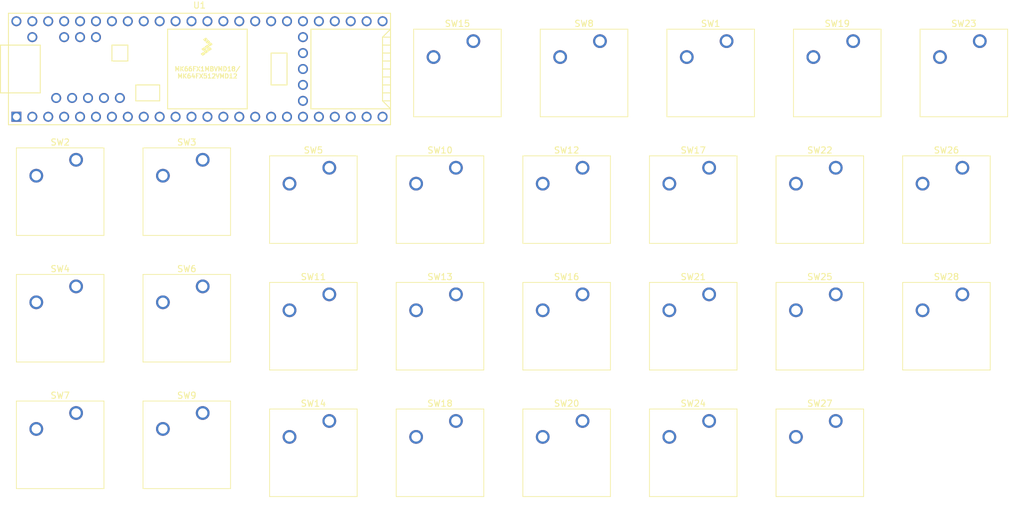
<source format=kicad_pcb>
(kicad_pcb (version 20171130) (host pcbnew "(5.1.9)-1")

  (general
    (thickness 1.6)
    (drawings 0)
    (tracks 0)
    (zones 0)
    (modules 29)
    (nets 59)
  )

  (page A4)
  (layers
    (0 F.Cu signal)
    (31 B.Cu signal)
    (32 B.Adhes user)
    (33 F.Adhes user)
    (34 B.Paste user)
    (35 F.Paste user)
    (36 B.SilkS user)
    (37 F.SilkS user)
    (38 B.Mask user)
    (39 F.Mask user)
    (40 Dwgs.User user)
    (41 Cmts.User user)
    (42 Eco1.User user)
    (43 Eco2.User user)
    (44 Edge.Cuts user)
    (45 Margin user)
    (46 B.CrtYd user)
    (47 F.CrtYd user)
    (48 B.Fab user)
    (49 F.Fab user)
  )

  (setup
    (last_trace_width 0.25)
    (trace_clearance 0.2)
    (zone_clearance 0.508)
    (zone_45_only no)
    (trace_min 0.2)
    (via_size 0.8)
    (via_drill 0.4)
    (via_min_size 0.4)
    (via_min_drill 0.3)
    (uvia_size 0.3)
    (uvia_drill 0.1)
    (uvias_allowed no)
    (uvia_min_size 0.2)
    (uvia_min_drill 0.1)
    (edge_width 0.05)
    (segment_width 0.2)
    (pcb_text_width 0.3)
    (pcb_text_size 1.5 1.5)
    (mod_edge_width 0.12)
    (mod_text_size 1 1)
    (mod_text_width 0.15)
    (pad_size 1.524 1.524)
    (pad_drill 0.762)
    (pad_to_mask_clearance 0)
    (aux_axis_origin 0 0)
    (visible_elements 7FFFFFFF)
    (pcbplotparams
      (layerselection 0x010fc_ffffffff)
      (usegerberextensions false)
      (usegerberattributes true)
      (usegerberadvancedattributes true)
      (creategerberjobfile true)
      (excludeedgelayer true)
      (linewidth 0.100000)
      (plotframeref false)
      (viasonmask false)
      (mode 1)
      (useauxorigin false)
      (hpglpennumber 1)
      (hpglpenspeed 20)
      (hpglpendiameter 15.000000)
      (psnegative false)
      (psa4output false)
      (plotreference true)
      (plotvalue true)
      (plotinvisibletext false)
      (padsonsilk false)
      (subtractmaskfromsilk false)
      (outputformat 1)
      (mirror false)
      (drillshape 1)
      (scaleselection 1)
      (outputdirectory ""))
  )

  (net 0 "")
  (net 1 JOY_01)
  (net 2 GND)
  (net 3 JOY_02)
  (net 4 JOY_03)
  (net 5 JOY_04)
  (net 6 JOY_05)
  (net 7 JOY_06)
  (net 8 JOY_07)
  (net 9 JOY_08)
  (net 10 JOY_09)
  (net 11 JOY_10)
  (net 12 JOY_11)
  (net 13 JOY_12)
  (net 14 JOY_13)
  (net 15 JOY_14)
  (net 16 JOY_15)
  (net 17 JOY_16)
  (net 18 JOY_17)
  (net 19 JOY_18)
  (net 20 JOY_19)
  (net 21 JOY_20)
  (net 22 JOY_21)
  (net 23 JOY_22)
  (net 24 JOY_23)
  (net 25 JOY_24)
  (net 26 JOY_25)
  (net 27 JOY_26)
  (net 28 JOY_27)
  (net 29 JOY_28)
  (net 30 "Net-(U1-Pad60)")
  (net 31 "Net-(U1-Pad59)")
  (net 32 "Net-(U1-Pad58)")
  (net 33 "Net-(U1-Pad57)")
  (net 34 "Net-(U1-Pad56)")
  (net 35 "Net-(U1-Pad55)")
  (net 36 "Net-(U1-Pad54)")
  (net 37 "Net-(U1-Pad53)")
  (net 38 "Net-(U1-Pad52)")
  (net 39 "Net-(U1-Pad51)")
  (net 40 "Net-(U1-Pad50)")
  (net 41 "Net-(U1-Pad49)")
  (net 42 "Net-(U1-Pad48)")
  (net 43 "Net-(U1-Pad47)")
  (net 44 "Net-(U1-Pad46)")
  (net 45 "Net-(U1-Pad45)")
  (net 46 "Net-(U1-Pad44)")
  (net 47 "Net-(U1-Pad43)")
  (net 48 "Net-(U1-Pad42)")
  (net 49 "Net-(U1-Pad41)")
  (net 50 "Net-(U1-Pad40)")
  (net 51 "Net-(U1-Pad38)")
  (net 52 "Net-(U1-Pad37)")
  (net 53 "Net-(U1-Pad29)")
  (net 54 "Net-(U1-Pad28)")
  (net 55 "Net-(U1-Pad26)")
  (net 56 "Net-(U1-Pad25)")
  (net 57 "Net-(U1-Pad15)")
  (net 58 "Net-(U1-Pad13)")

  (net_class Default "This is the default net class."
    (clearance 0.2)
    (trace_width 0.25)
    (via_dia 0.8)
    (via_drill 0.4)
    (uvia_dia 0.3)
    (uvia_drill 0.1)
    (add_net GND)
    (add_net JOY_01)
    (add_net JOY_02)
    (add_net JOY_03)
    (add_net JOY_04)
    (add_net JOY_05)
    (add_net JOY_06)
    (add_net JOY_07)
    (add_net JOY_08)
    (add_net JOY_09)
    (add_net JOY_10)
    (add_net JOY_11)
    (add_net JOY_12)
    (add_net JOY_13)
    (add_net JOY_14)
    (add_net JOY_15)
    (add_net JOY_16)
    (add_net JOY_17)
    (add_net JOY_18)
    (add_net JOY_19)
    (add_net JOY_20)
    (add_net JOY_21)
    (add_net JOY_22)
    (add_net JOY_23)
    (add_net JOY_24)
    (add_net JOY_25)
    (add_net JOY_26)
    (add_net JOY_27)
    (add_net JOY_28)
    (add_net "Net-(U1-Pad13)")
    (add_net "Net-(U1-Pad15)")
    (add_net "Net-(U1-Pad25)")
    (add_net "Net-(U1-Pad26)")
    (add_net "Net-(U1-Pad28)")
    (add_net "Net-(U1-Pad29)")
    (add_net "Net-(U1-Pad37)")
    (add_net "Net-(U1-Pad38)")
    (add_net "Net-(U1-Pad40)")
    (add_net "Net-(U1-Pad41)")
    (add_net "Net-(U1-Pad42)")
    (add_net "Net-(U1-Pad43)")
    (add_net "Net-(U1-Pad44)")
    (add_net "Net-(U1-Pad45)")
    (add_net "Net-(U1-Pad46)")
    (add_net "Net-(U1-Pad47)")
    (add_net "Net-(U1-Pad48)")
    (add_net "Net-(U1-Pad49)")
    (add_net "Net-(U1-Pad50)")
    (add_net "Net-(U1-Pad51)")
    (add_net "Net-(U1-Pad52)")
    (add_net "Net-(U1-Pad53)")
    (add_net "Net-(U1-Pad54)")
    (add_net "Net-(U1-Pad55)")
    (add_net "Net-(U1-Pad56)")
    (add_net "Net-(U1-Pad57)")
    (add_net "Net-(U1-Pad58)")
    (add_net "Net-(U1-Pad59)")
    (add_net "Net-(U1-Pad60)")
  )

  (module teensy:Teensy35_36 (layer F.Cu) (tedit 5ED51FDE) (tstamp 6056ECBE)
    (at 95.505 70.745)
    (path /60563F5D)
    (fp_text reference U1 (at 0 -10.16) (layer F.SilkS)
      (effects (font (size 1 1) (thickness 0.15)))
    )
    (fp_text value Teensy3.6 (at 0 10.16) (layer F.Fab)
      (effects (font (size 1 1) (thickness 0.15)))
    )
    (fp_line (start -13.97 -3.81) (end -13.97 -1.27) (layer F.SilkS) (width 0.15))
    (fp_line (start -13.97 -1.27) (end -11.43 -1.27) (layer F.SilkS) (width 0.15))
    (fp_line (start -11.43 -1.27) (end -11.43 -3.81) (layer F.SilkS) (width 0.15))
    (fp_line (start -11.43 -3.81) (end -13.97 -3.81) (layer F.SilkS) (width 0.15))
    (fp_line (start -6.35 5.08) (end -10.16 5.08) (layer F.SilkS) (width 0.15))
    (fp_line (start -10.16 5.08) (end -10.16 2.54) (layer F.SilkS) (width 0.15))
    (fp_line (start -10.16 2.54) (end -6.35 2.54) (layer F.SilkS) (width 0.15))
    (fp_line (start -6.35 2.54) (end -6.35 5.08) (layer F.SilkS) (width 0.15))
    (fp_line (start 7.62 6.35) (end 7.62 -6.35) (layer F.SilkS) (width 0.15))
    (fp_line (start -5.08 -6.35) (end -5.08 6.35) (layer F.SilkS) (width 0.15))
    (fp_line (start -5.08 6.35) (end 7.62 6.35) (layer F.SilkS) (width 0.15))
    (fp_line (start -5.08 -6.35) (end 7.62 -6.35) (layer F.SilkS) (width 0.15))
    (fp_line (start 29.21 5.08) (end 30.48 5.08) (layer F.SilkS) (width 0.15))
    (fp_line (start 29.21 3.81) (end 30.48 3.81) (layer F.SilkS) (width 0.15))
    (fp_line (start 29.21 2.54) (end 30.48 2.54) (layer F.SilkS) (width 0.15))
    (fp_line (start 29.21 1.27) (end 30.48 1.27) (layer F.SilkS) (width 0.15))
    (fp_line (start 29.21 0) (end 30.48 0) (layer F.SilkS) (width 0.15))
    (fp_line (start 29.21 -1.27) (end 30.48 -1.27) (layer F.SilkS) (width 0.15))
    (fp_line (start 29.21 -2.54) (end 30.48 -2.54) (layer F.SilkS) (width 0.15))
    (fp_line (start 29.21 -3.81) (end 30.48 -3.81) (layer F.SilkS) (width 0.15))
    (fp_line (start 29.21 -5.08) (end 30.48 -5.08) (layer F.SilkS) (width 0.15))
    (fp_line (start 30.48 6.35) (end 29.21 5.08) (layer F.SilkS) (width 0.15))
    (fp_line (start 29.21 5.08) (end 29.21 -5.08) (layer F.SilkS) (width 0.15))
    (fp_line (start 29.21 -5.08) (end 30.48 -6.35) (layer F.SilkS) (width 0.15))
    (fp_line (start 30.48 -6.35) (end 17.78 -6.35) (layer F.SilkS) (width 0.15))
    (fp_line (start 17.78 -6.35) (end 17.78 6.35) (layer F.SilkS) (width 0.15))
    (fp_line (start 17.78 6.35) (end 30.48 6.35) (layer F.SilkS) (width 0.15))
    (fp_line (start 30.48 -8.89) (end -30.48 -8.89) (layer F.SilkS) (width 0.15))
    (fp_line (start -30.48 8.89) (end 30.48 8.89) (layer F.SilkS) (width 0.15))
    (fp_line (start -30.48 3.81) (end -31.75 3.81) (layer F.SilkS) (width 0.15))
    (fp_line (start -31.75 3.81) (end -31.75 -3.81) (layer F.SilkS) (width 0.15))
    (fp_line (start -31.75 -3.81) (end -30.48 -3.81) (layer F.SilkS) (width 0.15))
    (fp_line (start -25.4 3.81) (end -25.4 -3.81) (layer F.SilkS) (width 0.15))
    (fp_line (start -25.4 -3.81) (end -30.48 -3.81) (layer F.SilkS) (width 0.15))
    (fp_line (start -25.4 3.81) (end -30.48 3.81) (layer F.SilkS) (width 0.15))
    (fp_line (start 13.97 -2.54) (end 13.97 2.54) (layer F.SilkS) (width 0.15))
    (fp_line (start 13.97 2.54) (end 11.43 2.54) (layer F.SilkS) (width 0.15))
    (fp_line (start 11.43 2.54) (end 11.43 -2.54) (layer F.SilkS) (width 0.15))
    (fp_line (start 11.43 -2.54) (end 13.97 -2.54) (layer F.SilkS) (width 0.15))
    (fp_line (start 30.48 -8.89) (end 30.48 8.89) (layer F.SilkS) (width 0.15))
    (fp_line (start -30.48 8.89) (end -30.48 -8.89) (layer F.SilkS) (width 0.15))
    (fp_poly (pts (xy 1.016 -4.953) (xy 1.27 -4.699) (xy 0.889 -4.445) (xy 0.635 -4.699)) (layer F.SilkS) (width 0.1))
    (fp_poly (pts (xy 0.762 -3.429) (xy 1.016 -3.175) (xy 0.635 -2.921) (xy 0.381 -3.175)) (layer F.SilkS) (width 0.1))
    (fp_poly (pts (xy 0.635 -2.667) (xy 0.889 -2.413) (xy 0.508 -2.159) (xy 0.254 -2.413)) (layer F.SilkS) (width 0.1))
    (fp_poly (pts (xy 1.778 -4.191) (xy 2.032 -3.937) (xy 1.651 -3.683) (xy 1.397 -3.937)) (layer F.SilkS) (width 0.1))
    (fp_poly (pts (xy 1.143 -3.048) (xy 1.397 -2.794) (xy 1.016 -2.54) (xy 0.762 -2.794)) (layer F.SilkS) (width 0.1))
    (fp_poly (pts (xy 1.651 -3.429) (xy 1.905 -3.175) (xy 1.524 -2.921) (xy 1.27 -3.175)) (layer F.SilkS) (width 0.1))
    (fp_poly (pts (xy 1.397 -4.572) (xy 1.651 -4.318) (xy 1.27 -4.064) (xy 1.016 -4.318)) (layer F.SilkS) (width 0.1))
    (fp_poly (pts (xy 1.27 -3.81) (xy 1.524 -3.556) (xy 1.143 -3.302) (xy 0.889 -3.556)) (layer F.SilkS) (width 0.1))
    (fp_text user MK64FX512VMD12 (at 1.27 1.143) (layer F.SilkS)
      (effects (font (size 0.7 0.7) (thickness 0.15)))
    )
    (fp_text user MK66FX1MBVMD18/ (at 1.27 0) (layer F.SilkS)
      (effects (font (size 0.7 0.7) (thickness 0.15)))
    )
    (pad 62 thru_hole circle (at -12.7 4.62) (size 1.6 1.6) (drill 1.1) (layers *.Cu *.Mask)
      (net 2 GND))
    (pad 61 thru_hole circle (at -15.24 4.62) (size 1.6 1.6) (drill 1.1) (layers *.Cu *.Mask)
      (net 2 GND))
    (pad 60 thru_hole circle (at -17.78 4.62) (size 1.6 1.6) (drill 1.1) (layers *.Cu *.Mask)
      (net 30 "Net-(U1-Pad60)"))
    (pad 59 thru_hole circle (at -20.32 4.62) (size 1.6 1.6) (drill 1.1) (layers *.Cu *.Mask)
      (net 31 "Net-(U1-Pad59)"))
    (pad 58 thru_hole circle (at -22.86 4.62) (size 1.6 1.6) (drill 1.1) (layers *.Cu *.Mask)
      (net 32 "Net-(U1-Pad58)"))
    (pad 57 thru_hole circle (at -16.51 -5.08) (size 1.6 1.6) (drill 1.1) (layers *.Cu *.Mask)
      (net 33 "Net-(U1-Pad57)"))
    (pad 56 thru_hole circle (at -19.05 -5.08) (size 1.6 1.6) (drill 1.1) (layers *.Cu *.Mask)
      (net 34 "Net-(U1-Pad56)"))
    (pad 55 thru_hole circle (at -21.59 -5.08) (size 1.6 1.6) (drill 1.1) (layers *.Cu *.Mask)
      (net 35 "Net-(U1-Pad55)"))
    (pad 54 thru_hole circle (at -26.67 -5.08) (size 1.6 1.6) (drill 1.1) (layers *.Cu *.Mask)
      (net 36 "Net-(U1-Pad54)"))
    (pad 53 thru_hole circle (at -29.21 -7.62) (size 1.6 1.6) (drill 1.1) (layers *.Cu *.Mask)
      (net 37 "Net-(U1-Pad53)"))
    (pad 52 thru_hole circle (at -26.67 -7.62) (size 1.6 1.6) (drill 1.1) (layers *.Cu *.Mask)
      (net 38 "Net-(U1-Pad52)"))
    (pad 51 thru_hole circle (at -24.13 -7.62) (size 1.6 1.6) (drill 1.1) (layers *.Cu *.Mask)
      (net 39 "Net-(U1-Pad51)"))
    (pad 50 thru_hole circle (at -21.59 -7.62) (size 1.6 1.6) (drill 1.1) (layers *.Cu *.Mask)
      (net 40 "Net-(U1-Pad50)"))
    (pad 49 thru_hole circle (at -19.05 -7.62) (size 1.6 1.6) (drill 1.1) (layers *.Cu *.Mask)
      (net 41 "Net-(U1-Pad49)"))
    (pad 48 thru_hole circle (at -16.51 -7.62) (size 1.6 1.6) (drill 1.1) (layers *.Cu *.Mask)
      (net 42 "Net-(U1-Pad48)"))
    (pad 47 thru_hole circle (at -13.97 -7.62) (size 1.6 1.6) (drill 1.1) (layers *.Cu *.Mask)
      (net 43 "Net-(U1-Pad47)"))
    (pad 46 thru_hole circle (at -11.43 -7.62) (size 1.6 1.6) (drill 1.1) (layers *.Cu *.Mask)
      (net 44 "Net-(U1-Pad46)"))
    (pad 45 thru_hole circle (at -8.89 -7.62) (size 1.6 1.6) (drill 1.1) (layers *.Cu *.Mask)
      (net 45 "Net-(U1-Pad45)"))
    (pad 44 thru_hole circle (at -6.35 -7.62) (size 1.6 1.6) (drill 1.1) (layers *.Cu *.Mask)
      (net 46 "Net-(U1-Pad44)"))
    (pad 43 thru_hole circle (at -3.81 -7.62) (size 1.6 1.6) (drill 1.1) (layers *.Cu *.Mask)
      (net 47 "Net-(U1-Pad43)"))
    (pad 42 thru_hole circle (at -1.27 -7.62) (size 1.6 1.6) (drill 1.1) (layers *.Cu *.Mask)
      (net 48 "Net-(U1-Pad42)"))
    (pad 41 thru_hole circle (at 1.27 -7.62) (size 1.6 1.6) (drill 1.1) (layers *.Cu *.Mask)
      (net 49 "Net-(U1-Pad41)"))
    (pad 40 thru_hole circle (at 3.81 -7.62) (size 1.6 1.6) (drill 1.1) (layers *.Cu *.Mask)
      (net 50 "Net-(U1-Pad40)"))
    (pad 39 thru_hole circle (at 6.35 -7.62) (size 1.6 1.6) (drill 1.1) (layers *.Cu *.Mask)
      (net 2 GND))
    (pad 38 thru_hole circle (at 8.89 -7.62) (size 1.6 1.6) (drill 1.1) (layers *.Cu *.Mask)
      (net 51 "Net-(U1-Pad38)"))
    (pad 1 thru_hole rect (at -29.21 7.62) (size 1.6 1.6) (drill 1.1) (layers *.Cu *.Mask)
      (net 2 GND))
    (pad 2 thru_hole circle (at -26.67 7.62) (size 1.6 1.6) (drill 1.1) (layers *.Cu *.Mask)
      (net 1 JOY_01))
    (pad 3 thru_hole circle (at -24.13 7.62) (size 1.6 1.6) (drill 1.1) (layers *.Cu *.Mask)
      (net 3 JOY_02))
    (pad 4 thru_hole circle (at -21.59 7.62) (size 1.6 1.6) (drill 1.1) (layers *.Cu *.Mask)
      (net 4 JOY_03))
    (pad 5 thru_hole circle (at -19.05 7.62) (size 1.6 1.6) (drill 1.1) (layers *.Cu *.Mask)
      (net 5 JOY_04))
    (pad 6 thru_hole circle (at -16.51 7.62) (size 1.6 1.6) (drill 1.1) (layers *.Cu *.Mask)
      (net 6 JOY_05))
    (pad 7 thru_hole circle (at -13.97 7.62) (size 1.6 1.6) (drill 1.1) (layers *.Cu *.Mask)
      (net 7 JOY_06))
    (pad 8 thru_hole circle (at -11.43 7.62) (size 1.6 1.6) (drill 1.1) (layers *.Cu *.Mask)
      (net 8 JOY_07))
    (pad 9 thru_hole circle (at -8.89 7.62) (size 1.6 1.6) (drill 1.1) (layers *.Cu *.Mask)
      (net 9 JOY_08))
    (pad 10 thru_hole circle (at -6.35 7.62) (size 1.6 1.6) (drill 1.1) (layers *.Cu *.Mask)
      (net 10 JOY_09))
    (pad 11 thru_hole circle (at -3.81 7.62) (size 1.6 1.6) (drill 1.1) (layers *.Cu *.Mask)
      (net 11 JOY_10))
    (pad 12 thru_hole circle (at -1.27 7.62) (size 1.6 1.6) (drill 1.1) (layers *.Cu *.Mask)
      (net 12 JOY_11))
    (pad 13 thru_hole circle (at 1.27 7.62) (size 1.6 1.6) (drill 1.1) (layers *.Cu *.Mask)
      (net 58 "Net-(U1-Pad13)"))
    (pad 37 thru_hole circle (at 11.43 -7.62) (size 1.6 1.6) (drill 1.1) (layers *.Cu *.Mask)
      (net 52 "Net-(U1-Pad37)"))
    (pad 36 thru_hole circle (at 13.97 -7.62) (size 1.6 1.6) (drill 1.1) (layers *.Cu *.Mask)
      (net 13 JOY_12))
    (pad 35 thru_hole circle (at 16.51 -7.62) (size 1.6 1.6) (drill 1.1) (layers *.Cu *.Mask)
      (net 29 JOY_28))
    (pad 34 thru_hole circle (at 19.05 -7.62) (size 1.6 1.6) (drill 1.1) (layers *.Cu *.Mask)
      (net 28 JOY_27))
    (pad 33 thru_hole circle (at 21.59 -7.62) (size 1.6 1.6) (drill 1.1) (layers *.Cu *.Mask)
      (net 27 JOY_26))
    (pad 32 thru_hole circle (at 24.13 -7.62) (size 1.6 1.6) (drill 1.1) (layers *.Cu *.Mask)
      (net 26 JOY_25))
    (pad 31 thru_hole circle (at 26.67 -7.62) (size 1.6 1.6) (drill 1.1) (layers *.Cu *.Mask)
      (net 25 JOY_24))
    (pad 30 thru_hole circle (at 29.21 -7.62) (size 1.6 1.6) (drill 1.1) (layers *.Cu *.Mask)
      (net 24 JOY_23))
    (pad 29 thru_hole circle (at 16.51 -5.08) (size 1.6 1.6) (drill 1.1) (layers *.Cu *.Mask)
      (net 53 "Net-(U1-Pad29)"))
    (pad 28 thru_hole circle (at 16.51 -2.54) (size 1.6 1.6) (drill 1.1) (layers *.Cu *.Mask)
      (net 54 "Net-(U1-Pad28)"))
    (pad 27 thru_hole circle (at 16.51 0) (size 1.6 1.6) (drill 1.1) (layers *.Cu *.Mask)
      (net 2 GND))
    (pad 26 thru_hole circle (at 16.51 2.54) (size 1.6 1.6) (drill 1.1) (layers *.Cu *.Mask)
      (net 55 "Net-(U1-Pad26)"))
    (pad 25 thru_hole circle (at 16.51 5.08) (size 1.6 1.6) (drill 1.1) (layers *.Cu *.Mask)
      (net 56 "Net-(U1-Pad25)"))
    (pad 24 thru_hole circle (at 29.21 7.62) (size 1.6 1.6) (drill 1.1) (layers *.Cu *.Mask)
      (net 23 JOY_22))
    (pad 23 thru_hole circle (at 26.67 7.62) (size 1.6 1.6) (drill 1.1) (layers *.Cu *.Mask)
      (net 22 JOY_21))
    (pad 22 thru_hole circle (at 24.13 7.62) (size 1.6 1.6) (drill 1.1) (layers *.Cu *.Mask)
      (net 21 JOY_20))
    (pad 21 thru_hole circle (at 21.59 7.62) (size 1.6 1.6) (drill 1.1) (layers *.Cu *.Mask)
      (net 20 JOY_19))
    (pad 14 thru_hole circle (at 3.81 7.62) (size 1.6 1.6) (drill 1.1) (layers *.Cu *.Mask)
      (net 14 JOY_13))
    (pad 15 thru_hole circle (at 6.35 7.62) (size 1.6 1.6) (drill 1.1) (layers *.Cu *.Mask)
      (net 57 "Net-(U1-Pad15)"))
    (pad 16 thru_hole circle (at 8.89 7.62) (size 1.6 1.6) (drill 1.1) (layers *.Cu *.Mask)
      (net 15 JOY_14))
    (pad 20 thru_hole circle (at 19.05 7.62) (size 1.6 1.6) (drill 1.1) (layers *.Cu *.Mask)
      (net 19 JOY_18))
    (pad 19 thru_hole circle (at 16.51 7.62) (size 1.6 1.6) (drill 1.1) (layers *.Cu *.Mask)
      (net 18 JOY_17))
    (pad 18 thru_hole circle (at 13.97 7.62) (size 1.6 1.6) (drill 1.1) (layers *.Cu *.Mask)
      (net 17 JOY_16))
    (pad 17 thru_hole circle (at 11.43 7.62) (size 1.6 1.6) (drill 1.1) (layers *.Cu *.Mask)
      (net 16 JOY_15))
    (model ${KICAD_USER_DIR}/teensy.pretty/Teensy_3.6_Assembly.STEP
      (offset (xyz -30.48 0 0))
      (scale (xyz 1 1 1))
      (rotate (xyz 0 0 0))
    )
  )

  (module Button_Switch_Keyboard:SW_Cherry_MX_1.00u_PCB (layer F.Cu) (tedit 5A02FE24) (tstamp 6056A5B6)
    (at 217.22 106.7)
    (descr "Cherry MX keyswitch, 1.00u, PCB mount, http://cherryamericas.com/wp-content/uploads/2014/12/mx_cat.pdf")
    (tags "Cherry MX keyswitch 1.00u PCB")
    (path /60572477)
    (fp_text reference SW28 (at -2.54 -2.794) (layer F.SilkS)
      (effects (font (size 1 1) (thickness 0.15)))
    )
    (fp_text value SW_Push (at -2.54 12.954) (layer F.Fab)
      (effects (font (size 1 1) (thickness 0.15)))
    )
    (fp_line (start -9.525 12.065) (end -9.525 -1.905) (layer F.SilkS) (width 0.12))
    (fp_line (start 4.445 12.065) (end -9.525 12.065) (layer F.SilkS) (width 0.12))
    (fp_line (start 4.445 -1.905) (end 4.445 12.065) (layer F.SilkS) (width 0.12))
    (fp_line (start -9.525 -1.905) (end 4.445 -1.905) (layer F.SilkS) (width 0.12))
    (fp_line (start -12.065 14.605) (end -12.065 -4.445) (layer Dwgs.User) (width 0.15))
    (fp_line (start 6.985 14.605) (end -12.065 14.605) (layer Dwgs.User) (width 0.15))
    (fp_line (start 6.985 -4.445) (end 6.985 14.605) (layer Dwgs.User) (width 0.15))
    (fp_line (start -12.065 -4.445) (end 6.985 -4.445) (layer Dwgs.User) (width 0.15))
    (fp_line (start -9.14 -1.52) (end 4.06 -1.52) (layer F.CrtYd) (width 0.05))
    (fp_line (start 4.06 -1.52) (end 4.06 11.68) (layer F.CrtYd) (width 0.05))
    (fp_line (start 4.06 11.68) (end -9.14 11.68) (layer F.CrtYd) (width 0.05))
    (fp_line (start -9.14 11.68) (end -9.14 -1.52) (layer F.CrtYd) (width 0.05))
    (fp_line (start -8.89 11.43) (end -8.89 -1.27) (layer F.Fab) (width 0.1))
    (fp_line (start 3.81 11.43) (end -8.89 11.43) (layer F.Fab) (width 0.1))
    (fp_line (start 3.81 -1.27) (end 3.81 11.43) (layer F.Fab) (width 0.1))
    (fp_line (start -8.89 -1.27) (end 3.81 -1.27) (layer F.Fab) (width 0.1))
    (fp_text user %R (at -2.54 -2.794) (layer F.Fab)
      (effects (font (size 1 1) (thickness 0.15)))
    )
    (pad "" np_thru_hole circle (at 2.54 5.08) (size 1.7 1.7) (drill 1.7) (layers *.Cu *.Mask))
    (pad "" np_thru_hole circle (at -7.62 5.08) (size 1.7 1.7) (drill 1.7) (layers *.Cu *.Mask))
    (pad "" np_thru_hole circle (at -2.54 5.08) (size 4 4) (drill 4) (layers *.Cu *.Mask))
    (pad 2 thru_hole circle (at -6.35 2.54) (size 2.2 2.2) (drill 1.5) (layers *.Cu *.Mask)
      (net 29 JOY_28))
    (pad 1 thru_hole circle (at 0 0) (size 2.2 2.2) (drill 1.5) (layers *.Cu *.Mask)
      (net 2 GND))
    (model ${KISYS3DMOD}/Button_Switch_Keyboard.3dshapes/SW_Cherry_MX_1.00u_PCB.wrl
      (at (xyz 0 0 0))
      (scale (xyz 1 1 1))
      (rotate (xyz 0 0 0))
    )
  )

  (module Button_Switch_Keyboard:SW_Cherry_MX_1.00u_PCB (layer F.Cu) (tedit 5A02FE24) (tstamp 6056A59C)
    (at 197.02 126.9)
    (descr "Cherry MX keyswitch, 1.00u, PCB mount, http://cherryamericas.com/wp-content/uploads/2014/12/mx_cat.pdf")
    (tags "Cherry MX keyswitch 1.00u PCB")
    (path /60571E0D)
    (fp_text reference SW27 (at -2.54 -2.794) (layer F.SilkS)
      (effects (font (size 1 1) (thickness 0.15)))
    )
    (fp_text value SW_Push (at -2.54 12.954) (layer F.Fab)
      (effects (font (size 1 1) (thickness 0.15)))
    )
    (fp_line (start -9.525 12.065) (end -9.525 -1.905) (layer F.SilkS) (width 0.12))
    (fp_line (start 4.445 12.065) (end -9.525 12.065) (layer F.SilkS) (width 0.12))
    (fp_line (start 4.445 -1.905) (end 4.445 12.065) (layer F.SilkS) (width 0.12))
    (fp_line (start -9.525 -1.905) (end 4.445 -1.905) (layer F.SilkS) (width 0.12))
    (fp_line (start -12.065 14.605) (end -12.065 -4.445) (layer Dwgs.User) (width 0.15))
    (fp_line (start 6.985 14.605) (end -12.065 14.605) (layer Dwgs.User) (width 0.15))
    (fp_line (start 6.985 -4.445) (end 6.985 14.605) (layer Dwgs.User) (width 0.15))
    (fp_line (start -12.065 -4.445) (end 6.985 -4.445) (layer Dwgs.User) (width 0.15))
    (fp_line (start -9.14 -1.52) (end 4.06 -1.52) (layer F.CrtYd) (width 0.05))
    (fp_line (start 4.06 -1.52) (end 4.06 11.68) (layer F.CrtYd) (width 0.05))
    (fp_line (start 4.06 11.68) (end -9.14 11.68) (layer F.CrtYd) (width 0.05))
    (fp_line (start -9.14 11.68) (end -9.14 -1.52) (layer F.CrtYd) (width 0.05))
    (fp_line (start -8.89 11.43) (end -8.89 -1.27) (layer F.Fab) (width 0.1))
    (fp_line (start 3.81 11.43) (end -8.89 11.43) (layer F.Fab) (width 0.1))
    (fp_line (start 3.81 -1.27) (end 3.81 11.43) (layer F.Fab) (width 0.1))
    (fp_line (start -8.89 -1.27) (end 3.81 -1.27) (layer F.Fab) (width 0.1))
    (fp_text user %R (at -2.54 -2.794) (layer F.Fab)
      (effects (font (size 1 1) (thickness 0.15)))
    )
    (pad "" np_thru_hole circle (at 2.54 5.08) (size 1.7 1.7) (drill 1.7) (layers *.Cu *.Mask))
    (pad "" np_thru_hole circle (at -7.62 5.08) (size 1.7 1.7) (drill 1.7) (layers *.Cu *.Mask))
    (pad "" np_thru_hole circle (at -2.54 5.08) (size 4 4) (drill 4) (layers *.Cu *.Mask))
    (pad 2 thru_hole circle (at -6.35 2.54) (size 2.2 2.2) (drill 1.5) (layers *.Cu *.Mask)
      (net 28 JOY_27))
    (pad 1 thru_hole circle (at 0 0) (size 2.2 2.2) (drill 1.5) (layers *.Cu *.Mask)
      (net 2 GND))
    (model ${KISYS3DMOD}/Button_Switch_Keyboard.3dshapes/SW_Cherry_MX_1.00u_PCB.wrl
      (at (xyz 0 0 0))
      (scale (xyz 1 1 1))
      (rotate (xyz 0 0 0))
    )
  )

  (module Button_Switch_Keyboard:SW_Cherry_MX_1.00u_PCB (layer F.Cu) (tedit 5A02FE24) (tstamp 6056A582)
    (at 217.22 86.5)
    (descr "Cherry MX keyswitch, 1.00u, PCB mount, http://cherryamericas.com/wp-content/uploads/2014/12/mx_cat.pdf")
    (tags "Cherry MX keyswitch 1.00u PCB")
    (path /60571620)
    (fp_text reference SW26 (at -2.54 -2.794) (layer F.SilkS)
      (effects (font (size 1 1) (thickness 0.15)))
    )
    (fp_text value SW_Push (at -2.54 12.954) (layer F.Fab)
      (effects (font (size 1 1) (thickness 0.15)))
    )
    (fp_line (start -9.525 12.065) (end -9.525 -1.905) (layer F.SilkS) (width 0.12))
    (fp_line (start 4.445 12.065) (end -9.525 12.065) (layer F.SilkS) (width 0.12))
    (fp_line (start 4.445 -1.905) (end 4.445 12.065) (layer F.SilkS) (width 0.12))
    (fp_line (start -9.525 -1.905) (end 4.445 -1.905) (layer F.SilkS) (width 0.12))
    (fp_line (start -12.065 14.605) (end -12.065 -4.445) (layer Dwgs.User) (width 0.15))
    (fp_line (start 6.985 14.605) (end -12.065 14.605) (layer Dwgs.User) (width 0.15))
    (fp_line (start 6.985 -4.445) (end 6.985 14.605) (layer Dwgs.User) (width 0.15))
    (fp_line (start -12.065 -4.445) (end 6.985 -4.445) (layer Dwgs.User) (width 0.15))
    (fp_line (start -9.14 -1.52) (end 4.06 -1.52) (layer F.CrtYd) (width 0.05))
    (fp_line (start 4.06 -1.52) (end 4.06 11.68) (layer F.CrtYd) (width 0.05))
    (fp_line (start 4.06 11.68) (end -9.14 11.68) (layer F.CrtYd) (width 0.05))
    (fp_line (start -9.14 11.68) (end -9.14 -1.52) (layer F.CrtYd) (width 0.05))
    (fp_line (start -8.89 11.43) (end -8.89 -1.27) (layer F.Fab) (width 0.1))
    (fp_line (start 3.81 11.43) (end -8.89 11.43) (layer F.Fab) (width 0.1))
    (fp_line (start 3.81 -1.27) (end 3.81 11.43) (layer F.Fab) (width 0.1))
    (fp_line (start -8.89 -1.27) (end 3.81 -1.27) (layer F.Fab) (width 0.1))
    (fp_text user %R (at -2.54 -2.794) (layer F.Fab)
      (effects (font (size 1 1) (thickness 0.15)))
    )
    (pad "" np_thru_hole circle (at 2.54 5.08) (size 1.7 1.7) (drill 1.7) (layers *.Cu *.Mask))
    (pad "" np_thru_hole circle (at -7.62 5.08) (size 1.7 1.7) (drill 1.7) (layers *.Cu *.Mask))
    (pad "" np_thru_hole circle (at -2.54 5.08) (size 4 4) (drill 4) (layers *.Cu *.Mask))
    (pad 2 thru_hole circle (at -6.35 2.54) (size 2.2 2.2) (drill 1.5) (layers *.Cu *.Mask)
      (net 27 JOY_26))
    (pad 1 thru_hole circle (at 0 0) (size 2.2 2.2) (drill 1.5) (layers *.Cu *.Mask)
      (net 2 GND))
    (model ${KISYS3DMOD}/Button_Switch_Keyboard.3dshapes/SW_Cherry_MX_1.00u_PCB.wrl
      (at (xyz 0 0 0))
      (scale (xyz 1 1 1))
      (rotate (xyz 0 0 0))
    )
  )

  (module Button_Switch_Keyboard:SW_Cherry_MX_1.00u_PCB (layer F.Cu) (tedit 5A02FE24) (tstamp 6056A568)
    (at 197.02 106.7)
    (descr "Cherry MX keyswitch, 1.00u, PCB mount, http://cherryamericas.com/wp-content/uploads/2014/12/mx_cat.pdf")
    (tags "Cherry MX keyswitch 1.00u PCB")
    (path /6057108C)
    (fp_text reference SW25 (at -2.54 -2.794) (layer F.SilkS)
      (effects (font (size 1 1) (thickness 0.15)))
    )
    (fp_text value SW_Push (at -2.54 12.954) (layer F.Fab)
      (effects (font (size 1 1) (thickness 0.15)))
    )
    (fp_line (start -9.525 12.065) (end -9.525 -1.905) (layer F.SilkS) (width 0.12))
    (fp_line (start 4.445 12.065) (end -9.525 12.065) (layer F.SilkS) (width 0.12))
    (fp_line (start 4.445 -1.905) (end 4.445 12.065) (layer F.SilkS) (width 0.12))
    (fp_line (start -9.525 -1.905) (end 4.445 -1.905) (layer F.SilkS) (width 0.12))
    (fp_line (start -12.065 14.605) (end -12.065 -4.445) (layer Dwgs.User) (width 0.15))
    (fp_line (start 6.985 14.605) (end -12.065 14.605) (layer Dwgs.User) (width 0.15))
    (fp_line (start 6.985 -4.445) (end 6.985 14.605) (layer Dwgs.User) (width 0.15))
    (fp_line (start -12.065 -4.445) (end 6.985 -4.445) (layer Dwgs.User) (width 0.15))
    (fp_line (start -9.14 -1.52) (end 4.06 -1.52) (layer F.CrtYd) (width 0.05))
    (fp_line (start 4.06 -1.52) (end 4.06 11.68) (layer F.CrtYd) (width 0.05))
    (fp_line (start 4.06 11.68) (end -9.14 11.68) (layer F.CrtYd) (width 0.05))
    (fp_line (start -9.14 11.68) (end -9.14 -1.52) (layer F.CrtYd) (width 0.05))
    (fp_line (start -8.89 11.43) (end -8.89 -1.27) (layer F.Fab) (width 0.1))
    (fp_line (start 3.81 11.43) (end -8.89 11.43) (layer F.Fab) (width 0.1))
    (fp_line (start 3.81 -1.27) (end 3.81 11.43) (layer F.Fab) (width 0.1))
    (fp_line (start -8.89 -1.27) (end 3.81 -1.27) (layer F.Fab) (width 0.1))
    (fp_text user %R (at -2.54 -2.794) (layer F.Fab)
      (effects (font (size 1 1) (thickness 0.15)))
    )
    (pad "" np_thru_hole circle (at 2.54 5.08) (size 1.7 1.7) (drill 1.7) (layers *.Cu *.Mask))
    (pad "" np_thru_hole circle (at -7.62 5.08) (size 1.7 1.7) (drill 1.7) (layers *.Cu *.Mask))
    (pad "" np_thru_hole circle (at -2.54 5.08) (size 4 4) (drill 4) (layers *.Cu *.Mask))
    (pad 2 thru_hole circle (at -6.35 2.54) (size 2.2 2.2) (drill 1.5) (layers *.Cu *.Mask)
      (net 26 JOY_25))
    (pad 1 thru_hole circle (at 0 0) (size 2.2 2.2) (drill 1.5) (layers *.Cu *.Mask)
      (net 2 GND))
    (model ${KISYS3DMOD}/Button_Switch_Keyboard.3dshapes/SW_Cherry_MX_1.00u_PCB.wrl
      (at (xyz 0 0 0))
      (scale (xyz 1 1 1))
      (rotate (xyz 0 0 0))
    )
  )

  (module Button_Switch_Keyboard:SW_Cherry_MX_1.00u_PCB (layer F.Cu) (tedit 5A02FE24) (tstamp 6056A54E)
    (at 176.82 126.9)
    (descr "Cherry MX keyswitch, 1.00u, PCB mount, http://cherryamericas.com/wp-content/uploads/2014/12/mx_cat.pdf")
    (tags "Cherry MX keyswitch 1.00u PCB")
    (path /60570ADF)
    (fp_text reference SW24 (at -2.54 -2.794) (layer F.SilkS)
      (effects (font (size 1 1) (thickness 0.15)))
    )
    (fp_text value SW_Push (at -2.54 12.954) (layer F.Fab)
      (effects (font (size 1 1) (thickness 0.15)))
    )
    (fp_line (start -9.525 12.065) (end -9.525 -1.905) (layer F.SilkS) (width 0.12))
    (fp_line (start 4.445 12.065) (end -9.525 12.065) (layer F.SilkS) (width 0.12))
    (fp_line (start 4.445 -1.905) (end 4.445 12.065) (layer F.SilkS) (width 0.12))
    (fp_line (start -9.525 -1.905) (end 4.445 -1.905) (layer F.SilkS) (width 0.12))
    (fp_line (start -12.065 14.605) (end -12.065 -4.445) (layer Dwgs.User) (width 0.15))
    (fp_line (start 6.985 14.605) (end -12.065 14.605) (layer Dwgs.User) (width 0.15))
    (fp_line (start 6.985 -4.445) (end 6.985 14.605) (layer Dwgs.User) (width 0.15))
    (fp_line (start -12.065 -4.445) (end 6.985 -4.445) (layer Dwgs.User) (width 0.15))
    (fp_line (start -9.14 -1.52) (end 4.06 -1.52) (layer F.CrtYd) (width 0.05))
    (fp_line (start 4.06 -1.52) (end 4.06 11.68) (layer F.CrtYd) (width 0.05))
    (fp_line (start 4.06 11.68) (end -9.14 11.68) (layer F.CrtYd) (width 0.05))
    (fp_line (start -9.14 11.68) (end -9.14 -1.52) (layer F.CrtYd) (width 0.05))
    (fp_line (start -8.89 11.43) (end -8.89 -1.27) (layer F.Fab) (width 0.1))
    (fp_line (start 3.81 11.43) (end -8.89 11.43) (layer F.Fab) (width 0.1))
    (fp_line (start 3.81 -1.27) (end 3.81 11.43) (layer F.Fab) (width 0.1))
    (fp_line (start -8.89 -1.27) (end 3.81 -1.27) (layer F.Fab) (width 0.1))
    (fp_text user %R (at -2.54 -2.794) (layer F.Fab)
      (effects (font (size 1 1) (thickness 0.15)))
    )
    (pad "" np_thru_hole circle (at 2.54 5.08) (size 1.7 1.7) (drill 1.7) (layers *.Cu *.Mask))
    (pad "" np_thru_hole circle (at -7.62 5.08) (size 1.7 1.7) (drill 1.7) (layers *.Cu *.Mask))
    (pad "" np_thru_hole circle (at -2.54 5.08) (size 4 4) (drill 4) (layers *.Cu *.Mask))
    (pad 2 thru_hole circle (at -6.35 2.54) (size 2.2 2.2) (drill 1.5) (layers *.Cu *.Mask)
      (net 25 JOY_24))
    (pad 1 thru_hole circle (at 0 0) (size 2.2 2.2) (drill 1.5) (layers *.Cu *.Mask)
      (net 2 GND))
    (model ${KISYS3DMOD}/Button_Switch_Keyboard.3dshapes/SW_Cherry_MX_1.00u_PCB.wrl
      (at (xyz 0 0 0))
      (scale (xyz 1 1 1))
      (rotate (xyz 0 0 0))
    )
  )

  (module Button_Switch_Keyboard:SW_Cherry_MX_1.00u_PCB (layer F.Cu) (tedit 5A02FE24) (tstamp 6056A534)
    (at 220 66.3)
    (descr "Cherry MX keyswitch, 1.00u, PCB mount, http://cherryamericas.com/wp-content/uploads/2014/12/mx_cat.pdf")
    (tags "Cherry MX keyswitch 1.00u PCB")
    (path /60570301)
    (fp_text reference SW23 (at -2.54 -2.794) (layer F.SilkS)
      (effects (font (size 1 1) (thickness 0.15)))
    )
    (fp_text value SW_Push (at -2.54 12.954) (layer F.Fab)
      (effects (font (size 1 1) (thickness 0.15)))
    )
    (fp_line (start -9.525 12.065) (end -9.525 -1.905) (layer F.SilkS) (width 0.12))
    (fp_line (start 4.445 12.065) (end -9.525 12.065) (layer F.SilkS) (width 0.12))
    (fp_line (start 4.445 -1.905) (end 4.445 12.065) (layer F.SilkS) (width 0.12))
    (fp_line (start -9.525 -1.905) (end 4.445 -1.905) (layer F.SilkS) (width 0.12))
    (fp_line (start -12.065 14.605) (end -12.065 -4.445) (layer Dwgs.User) (width 0.15))
    (fp_line (start 6.985 14.605) (end -12.065 14.605) (layer Dwgs.User) (width 0.15))
    (fp_line (start 6.985 -4.445) (end 6.985 14.605) (layer Dwgs.User) (width 0.15))
    (fp_line (start -12.065 -4.445) (end 6.985 -4.445) (layer Dwgs.User) (width 0.15))
    (fp_line (start -9.14 -1.52) (end 4.06 -1.52) (layer F.CrtYd) (width 0.05))
    (fp_line (start 4.06 -1.52) (end 4.06 11.68) (layer F.CrtYd) (width 0.05))
    (fp_line (start 4.06 11.68) (end -9.14 11.68) (layer F.CrtYd) (width 0.05))
    (fp_line (start -9.14 11.68) (end -9.14 -1.52) (layer F.CrtYd) (width 0.05))
    (fp_line (start -8.89 11.43) (end -8.89 -1.27) (layer F.Fab) (width 0.1))
    (fp_line (start 3.81 11.43) (end -8.89 11.43) (layer F.Fab) (width 0.1))
    (fp_line (start 3.81 -1.27) (end 3.81 11.43) (layer F.Fab) (width 0.1))
    (fp_line (start -8.89 -1.27) (end 3.81 -1.27) (layer F.Fab) (width 0.1))
    (fp_text user %R (at -2.54 -2.794) (layer F.Fab)
      (effects (font (size 1 1) (thickness 0.15)))
    )
    (pad "" np_thru_hole circle (at 2.54 5.08) (size 1.7 1.7) (drill 1.7) (layers *.Cu *.Mask))
    (pad "" np_thru_hole circle (at -7.62 5.08) (size 1.7 1.7) (drill 1.7) (layers *.Cu *.Mask))
    (pad "" np_thru_hole circle (at -2.54 5.08) (size 4 4) (drill 4) (layers *.Cu *.Mask))
    (pad 2 thru_hole circle (at -6.35 2.54) (size 2.2 2.2) (drill 1.5) (layers *.Cu *.Mask)
      (net 24 JOY_23))
    (pad 1 thru_hole circle (at 0 0) (size 2.2 2.2) (drill 1.5) (layers *.Cu *.Mask)
      (net 2 GND))
    (model ${KISYS3DMOD}/Button_Switch_Keyboard.3dshapes/SW_Cherry_MX_1.00u_PCB.wrl
      (at (xyz 0 0 0))
      (scale (xyz 1 1 1))
      (rotate (xyz 0 0 0))
    )
  )

  (module Button_Switch_Keyboard:SW_Cherry_MX_1.00u_PCB (layer F.Cu) (tedit 5A02FE24) (tstamp 6056A51A)
    (at 197.02 86.5)
    (descr "Cherry MX keyswitch, 1.00u, PCB mount, http://cherryamericas.com/wp-content/uploads/2014/12/mx_cat.pdf")
    (tags "Cherry MX keyswitch 1.00u PCB")
    (path /6056B95D)
    (fp_text reference SW22 (at -2.54 -2.794) (layer F.SilkS)
      (effects (font (size 1 1) (thickness 0.15)))
    )
    (fp_text value SW_Push (at -2.54 12.954) (layer F.Fab)
      (effects (font (size 1 1) (thickness 0.15)))
    )
    (fp_line (start -9.525 12.065) (end -9.525 -1.905) (layer F.SilkS) (width 0.12))
    (fp_line (start 4.445 12.065) (end -9.525 12.065) (layer F.SilkS) (width 0.12))
    (fp_line (start 4.445 -1.905) (end 4.445 12.065) (layer F.SilkS) (width 0.12))
    (fp_line (start -9.525 -1.905) (end 4.445 -1.905) (layer F.SilkS) (width 0.12))
    (fp_line (start -12.065 14.605) (end -12.065 -4.445) (layer Dwgs.User) (width 0.15))
    (fp_line (start 6.985 14.605) (end -12.065 14.605) (layer Dwgs.User) (width 0.15))
    (fp_line (start 6.985 -4.445) (end 6.985 14.605) (layer Dwgs.User) (width 0.15))
    (fp_line (start -12.065 -4.445) (end 6.985 -4.445) (layer Dwgs.User) (width 0.15))
    (fp_line (start -9.14 -1.52) (end 4.06 -1.52) (layer F.CrtYd) (width 0.05))
    (fp_line (start 4.06 -1.52) (end 4.06 11.68) (layer F.CrtYd) (width 0.05))
    (fp_line (start 4.06 11.68) (end -9.14 11.68) (layer F.CrtYd) (width 0.05))
    (fp_line (start -9.14 11.68) (end -9.14 -1.52) (layer F.CrtYd) (width 0.05))
    (fp_line (start -8.89 11.43) (end -8.89 -1.27) (layer F.Fab) (width 0.1))
    (fp_line (start 3.81 11.43) (end -8.89 11.43) (layer F.Fab) (width 0.1))
    (fp_line (start 3.81 -1.27) (end 3.81 11.43) (layer F.Fab) (width 0.1))
    (fp_line (start -8.89 -1.27) (end 3.81 -1.27) (layer F.Fab) (width 0.1))
    (fp_text user %R (at -2.54 -2.794) (layer F.Fab)
      (effects (font (size 1 1) (thickness 0.15)))
    )
    (pad "" np_thru_hole circle (at 2.54 5.08) (size 1.7 1.7) (drill 1.7) (layers *.Cu *.Mask))
    (pad "" np_thru_hole circle (at -7.62 5.08) (size 1.7 1.7) (drill 1.7) (layers *.Cu *.Mask))
    (pad "" np_thru_hole circle (at -2.54 5.08) (size 4 4) (drill 4) (layers *.Cu *.Mask))
    (pad 2 thru_hole circle (at -6.35 2.54) (size 2.2 2.2) (drill 1.5) (layers *.Cu *.Mask)
      (net 23 JOY_22))
    (pad 1 thru_hole circle (at 0 0) (size 2.2 2.2) (drill 1.5) (layers *.Cu *.Mask)
      (net 2 GND))
    (model ${KISYS3DMOD}/Button_Switch_Keyboard.3dshapes/SW_Cherry_MX_1.00u_PCB.wrl
      (at (xyz 0 0 0))
      (scale (xyz 1 1 1))
      (rotate (xyz 0 0 0))
    )
  )

  (module Button_Switch_Keyboard:SW_Cherry_MX_1.00u_PCB (layer F.Cu) (tedit 5A02FE24) (tstamp 6056A500)
    (at 176.82 106.7)
    (descr "Cherry MX keyswitch, 1.00u, PCB mount, http://cherryamericas.com/wp-content/uploads/2014/12/mx_cat.pdf")
    (tags "Cherry MX keyswitch 1.00u PCB")
    (path /6057C33D)
    (fp_text reference SW21 (at -2.54 -2.794) (layer F.SilkS)
      (effects (font (size 1 1) (thickness 0.15)))
    )
    (fp_text value SW_Push (at -2.54 12.954) (layer F.Fab)
      (effects (font (size 1 1) (thickness 0.15)))
    )
    (fp_line (start -9.525 12.065) (end -9.525 -1.905) (layer F.SilkS) (width 0.12))
    (fp_line (start 4.445 12.065) (end -9.525 12.065) (layer F.SilkS) (width 0.12))
    (fp_line (start 4.445 -1.905) (end 4.445 12.065) (layer F.SilkS) (width 0.12))
    (fp_line (start -9.525 -1.905) (end 4.445 -1.905) (layer F.SilkS) (width 0.12))
    (fp_line (start -12.065 14.605) (end -12.065 -4.445) (layer Dwgs.User) (width 0.15))
    (fp_line (start 6.985 14.605) (end -12.065 14.605) (layer Dwgs.User) (width 0.15))
    (fp_line (start 6.985 -4.445) (end 6.985 14.605) (layer Dwgs.User) (width 0.15))
    (fp_line (start -12.065 -4.445) (end 6.985 -4.445) (layer Dwgs.User) (width 0.15))
    (fp_line (start -9.14 -1.52) (end 4.06 -1.52) (layer F.CrtYd) (width 0.05))
    (fp_line (start 4.06 -1.52) (end 4.06 11.68) (layer F.CrtYd) (width 0.05))
    (fp_line (start 4.06 11.68) (end -9.14 11.68) (layer F.CrtYd) (width 0.05))
    (fp_line (start -9.14 11.68) (end -9.14 -1.52) (layer F.CrtYd) (width 0.05))
    (fp_line (start -8.89 11.43) (end -8.89 -1.27) (layer F.Fab) (width 0.1))
    (fp_line (start 3.81 11.43) (end -8.89 11.43) (layer F.Fab) (width 0.1))
    (fp_line (start 3.81 -1.27) (end 3.81 11.43) (layer F.Fab) (width 0.1))
    (fp_line (start -8.89 -1.27) (end 3.81 -1.27) (layer F.Fab) (width 0.1))
    (fp_text user %R (at -2.54 -2.794) (layer F.Fab)
      (effects (font (size 1 1) (thickness 0.15)))
    )
    (pad "" np_thru_hole circle (at 2.54 5.08) (size 1.7 1.7) (drill 1.7) (layers *.Cu *.Mask))
    (pad "" np_thru_hole circle (at -7.62 5.08) (size 1.7 1.7) (drill 1.7) (layers *.Cu *.Mask))
    (pad "" np_thru_hole circle (at -2.54 5.08) (size 4 4) (drill 4) (layers *.Cu *.Mask))
    (pad 2 thru_hole circle (at -6.35 2.54) (size 2.2 2.2) (drill 1.5) (layers *.Cu *.Mask)
      (net 22 JOY_21))
    (pad 1 thru_hole circle (at 0 0) (size 2.2 2.2) (drill 1.5) (layers *.Cu *.Mask)
      (net 2 GND))
    (model ${KISYS3DMOD}/Button_Switch_Keyboard.3dshapes/SW_Cherry_MX_1.00u_PCB.wrl
      (at (xyz 0 0 0))
      (scale (xyz 1 1 1))
      (rotate (xyz 0 0 0))
    )
  )

  (module Button_Switch_Keyboard:SW_Cherry_MX_1.00u_PCB (layer F.Cu) (tedit 5A02FE24) (tstamp 6056A4E6)
    (at 156.62 126.9)
    (descr "Cherry MX keyswitch, 1.00u, PCB mount, http://cherryamericas.com/wp-content/uploads/2014/12/mx_cat.pdf")
    (tags "Cherry MX keyswitch 1.00u PCB")
    (path /6057C337)
    (fp_text reference SW20 (at -2.54 -2.794) (layer F.SilkS)
      (effects (font (size 1 1) (thickness 0.15)))
    )
    (fp_text value SW_Push (at -2.54 12.954) (layer F.Fab)
      (effects (font (size 1 1) (thickness 0.15)))
    )
    (fp_line (start -9.525 12.065) (end -9.525 -1.905) (layer F.SilkS) (width 0.12))
    (fp_line (start 4.445 12.065) (end -9.525 12.065) (layer F.SilkS) (width 0.12))
    (fp_line (start 4.445 -1.905) (end 4.445 12.065) (layer F.SilkS) (width 0.12))
    (fp_line (start -9.525 -1.905) (end 4.445 -1.905) (layer F.SilkS) (width 0.12))
    (fp_line (start -12.065 14.605) (end -12.065 -4.445) (layer Dwgs.User) (width 0.15))
    (fp_line (start 6.985 14.605) (end -12.065 14.605) (layer Dwgs.User) (width 0.15))
    (fp_line (start 6.985 -4.445) (end 6.985 14.605) (layer Dwgs.User) (width 0.15))
    (fp_line (start -12.065 -4.445) (end 6.985 -4.445) (layer Dwgs.User) (width 0.15))
    (fp_line (start -9.14 -1.52) (end 4.06 -1.52) (layer F.CrtYd) (width 0.05))
    (fp_line (start 4.06 -1.52) (end 4.06 11.68) (layer F.CrtYd) (width 0.05))
    (fp_line (start 4.06 11.68) (end -9.14 11.68) (layer F.CrtYd) (width 0.05))
    (fp_line (start -9.14 11.68) (end -9.14 -1.52) (layer F.CrtYd) (width 0.05))
    (fp_line (start -8.89 11.43) (end -8.89 -1.27) (layer F.Fab) (width 0.1))
    (fp_line (start 3.81 11.43) (end -8.89 11.43) (layer F.Fab) (width 0.1))
    (fp_line (start 3.81 -1.27) (end 3.81 11.43) (layer F.Fab) (width 0.1))
    (fp_line (start -8.89 -1.27) (end 3.81 -1.27) (layer F.Fab) (width 0.1))
    (fp_text user %R (at -2.54 -2.794) (layer F.Fab)
      (effects (font (size 1 1) (thickness 0.15)))
    )
    (pad "" np_thru_hole circle (at 2.54 5.08) (size 1.7 1.7) (drill 1.7) (layers *.Cu *.Mask))
    (pad "" np_thru_hole circle (at -7.62 5.08) (size 1.7 1.7) (drill 1.7) (layers *.Cu *.Mask))
    (pad "" np_thru_hole circle (at -2.54 5.08) (size 4 4) (drill 4) (layers *.Cu *.Mask))
    (pad 2 thru_hole circle (at -6.35 2.54) (size 2.2 2.2) (drill 1.5) (layers *.Cu *.Mask)
      (net 21 JOY_20))
    (pad 1 thru_hole circle (at 0 0) (size 2.2 2.2) (drill 1.5) (layers *.Cu *.Mask)
      (net 2 GND))
    (model ${KISYS3DMOD}/Button_Switch_Keyboard.3dshapes/SW_Cherry_MX_1.00u_PCB.wrl
      (at (xyz 0 0 0))
      (scale (xyz 1 1 1))
      (rotate (xyz 0 0 0))
    )
  )

  (module Button_Switch_Keyboard:SW_Cherry_MX_1.00u_PCB (layer F.Cu) (tedit 5A02FE24) (tstamp 6056A4CC)
    (at 199.8 66.3)
    (descr "Cherry MX keyswitch, 1.00u, PCB mount, http://cherryamericas.com/wp-content/uploads/2014/12/mx_cat.pdf")
    (tags "Cherry MX keyswitch 1.00u PCB")
    (path /6057C331)
    (fp_text reference SW19 (at -2.54 -2.794) (layer F.SilkS)
      (effects (font (size 1 1) (thickness 0.15)))
    )
    (fp_text value SW_Push (at -2.54 12.954) (layer F.Fab)
      (effects (font (size 1 1) (thickness 0.15)))
    )
    (fp_line (start -9.525 12.065) (end -9.525 -1.905) (layer F.SilkS) (width 0.12))
    (fp_line (start 4.445 12.065) (end -9.525 12.065) (layer F.SilkS) (width 0.12))
    (fp_line (start 4.445 -1.905) (end 4.445 12.065) (layer F.SilkS) (width 0.12))
    (fp_line (start -9.525 -1.905) (end 4.445 -1.905) (layer F.SilkS) (width 0.12))
    (fp_line (start -12.065 14.605) (end -12.065 -4.445) (layer Dwgs.User) (width 0.15))
    (fp_line (start 6.985 14.605) (end -12.065 14.605) (layer Dwgs.User) (width 0.15))
    (fp_line (start 6.985 -4.445) (end 6.985 14.605) (layer Dwgs.User) (width 0.15))
    (fp_line (start -12.065 -4.445) (end 6.985 -4.445) (layer Dwgs.User) (width 0.15))
    (fp_line (start -9.14 -1.52) (end 4.06 -1.52) (layer F.CrtYd) (width 0.05))
    (fp_line (start 4.06 -1.52) (end 4.06 11.68) (layer F.CrtYd) (width 0.05))
    (fp_line (start 4.06 11.68) (end -9.14 11.68) (layer F.CrtYd) (width 0.05))
    (fp_line (start -9.14 11.68) (end -9.14 -1.52) (layer F.CrtYd) (width 0.05))
    (fp_line (start -8.89 11.43) (end -8.89 -1.27) (layer F.Fab) (width 0.1))
    (fp_line (start 3.81 11.43) (end -8.89 11.43) (layer F.Fab) (width 0.1))
    (fp_line (start 3.81 -1.27) (end 3.81 11.43) (layer F.Fab) (width 0.1))
    (fp_line (start -8.89 -1.27) (end 3.81 -1.27) (layer F.Fab) (width 0.1))
    (fp_text user %R (at -2.54 -2.794) (layer F.Fab)
      (effects (font (size 1 1) (thickness 0.15)))
    )
    (pad "" np_thru_hole circle (at 2.54 5.08) (size 1.7 1.7) (drill 1.7) (layers *.Cu *.Mask))
    (pad "" np_thru_hole circle (at -7.62 5.08) (size 1.7 1.7) (drill 1.7) (layers *.Cu *.Mask))
    (pad "" np_thru_hole circle (at -2.54 5.08) (size 4 4) (drill 4) (layers *.Cu *.Mask))
    (pad 2 thru_hole circle (at -6.35 2.54) (size 2.2 2.2) (drill 1.5) (layers *.Cu *.Mask)
      (net 20 JOY_19))
    (pad 1 thru_hole circle (at 0 0) (size 2.2 2.2) (drill 1.5) (layers *.Cu *.Mask)
      (net 2 GND))
    (model ${KISYS3DMOD}/Button_Switch_Keyboard.3dshapes/SW_Cherry_MX_1.00u_PCB.wrl
      (at (xyz 0 0 0))
      (scale (xyz 1 1 1))
      (rotate (xyz 0 0 0))
    )
  )

  (module Button_Switch_Keyboard:SW_Cherry_MX_1.00u_PCB (layer F.Cu) (tedit 5A02FE24) (tstamp 6056A4B2)
    (at 136.42 126.9)
    (descr "Cherry MX keyswitch, 1.00u, PCB mount, http://cherryamericas.com/wp-content/uploads/2014/12/mx_cat.pdf")
    (tags "Cherry MX keyswitch 1.00u PCB")
    (path /6057C32B)
    (fp_text reference SW18 (at -2.54 -2.794) (layer F.SilkS)
      (effects (font (size 1 1) (thickness 0.15)))
    )
    (fp_text value SW_Push (at -2.54 12.954) (layer F.Fab)
      (effects (font (size 1 1) (thickness 0.15)))
    )
    (fp_line (start -9.525 12.065) (end -9.525 -1.905) (layer F.SilkS) (width 0.12))
    (fp_line (start 4.445 12.065) (end -9.525 12.065) (layer F.SilkS) (width 0.12))
    (fp_line (start 4.445 -1.905) (end 4.445 12.065) (layer F.SilkS) (width 0.12))
    (fp_line (start -9.525 -1.905) (end 4.445 -1.905) (layer F.SilkS) (width 0.12))
    (fp_line (start -12.065 14.605) (end -12.065 -4.445) (layer Dwgs.User) (width 0.15))
    (fp_line (start 6.985 14.605) (end -12.065 14.605) (layer Dwgs.User) (width 0.15))
    (fp_line (start 6.985 -4.445) (end 6.985 14.605) (layer Dwgs.User) (width 0.15))
    (fp_line (start -12.065 -4.445) (end 6.985 -4.445) (layer Dwgs.User) (width 0.15))
    (fp_line (start -9.14 -1.52) (end 4.06 -1.52) (layer F.CrtYd) (width 0.05))
    (fp_line (start 4.06 -1.52) (end 4.06 11.68) (layer F.CrtYd) (width 0.05))
    (fp_line (start 4.06 11.68) (end -9.14 11.68) (layer F.CrtYd) (width 0.05))
    (fp_line (start -9.14 11.68) (end -9.14 -1.52) (layer F.CrtYd) (width 0.05))
    (fp_line (start -8.89 11.43) (end -8.89 -1.27) (layer F.Fab) (width 0.1))
    (fp_line (start 3.81 11.43) (end -8.89 11.43) (layer F.Fab) (width 0.1))
    (fp_line (start 3.81 -1.27) (end 3.81 11.43) (layer F.Fab) (width 0.1))
    (fp_line (start -8.89 -1.27) (end 3.81 -1.27) (layer F.Fab) (width 0.1))
    (fp_text user %R (at -2.54 -2.794) (layer F.Fab)
      (effects (font (size 1 1) (thickness 0.15)))
    )
    (pad "" np_thru_hole circle (at 2.54 5.08) (size 1.7 1.7) (drill 1.7) (layers *.Cu *.Mask))
    (pad "" np_thru_hole circle (at -7.62 5.08) (size 1.7 1.7) (drill 1.7) (layers *.Cu *.Mask))
    (pad "" np_thru_hole circle (at -2.54 5.08) (size 4 4) (drill 4) (layers *.Cu *.Mask))
    (pad 2 thru_hole circle (at -6.35 2.54) (size 2.2 2.2) (drill 1.5) (layers *.Cu *.Mask)
      (net 19 JOY_18))
    (pad 1 thru_hole circle (at 0 0) (size 2.2 2.2) (drill 1.5) (layers *.Cu *.Mask)
      (net 2 GND))
    (model ${KISYS3DMOD}/Button_Switch_Keyboard.3dshapes/SW_Cherry_MX_1.00u_PCB.wrl
      (at (xyz 0 0 0))
      (scale (xyz 1 1 1))
      (rotate (xyz 0 0 0))
    )
  )

  (module Button_Switch_Keyboard:SW_Cherry_MX_1.00u_PCB (layer F.Cu) (tedit 5A02FE24) (tstamp 6056A498)
    (at 176.82 86.5)
    (descr "Cherry MX keyswitch, 1.00u, PCB mount, http://cherryamericas.com/wp-content/uploads/2014/12/mx_cat.pdf")
    (tags "Cherry MX keyswitch 1.00u PCB")
    (path /6057C325)
    (fp_text reference SW17 (at -2.54 -2.794) (layer F.SilkS)
      (effects (font (size 1 1) (thickness 0.15)))
    )
    (fp_text value SW_Push (at -2.54 12.954) (layer F.Fab)
      (effects (font (size 1 1) (thickness 0.15)))
    )
    (fp_line (start -9.525 12.065) (end -9.525 -1.905) (layer F.SilkS) (width 0.12))
    (fp_line (start 4.445 12.065) (end -9.525 12.065) (layer F.SilkS) (width 0.12))
    (fp_line (start 4.445 -1.905) (end 4.445 12.065) (layer F.SilkS) (width 0.12))
    (fp_line (start -9.525 -1.905) (end 4.445 -1.905) (layer F.SilkS) (width 0.12))
    (fp_line (start -12.065 14.605) (end -12.065 -4.445) (layer Dwgs.User) (width 0.15))
    (fp_line (start 6.985 14.605) (end -12.065 14.605) (layer Dwgs.User) (width 0.15))
    (fp_line (start 6.985 -4.445) (end 6.985 14.605) (layer Dwgs.User) (width 0.15))
    (fp_line (start -12.065 -4.445) (end 6.985 -4.445) (layer Dwgs.User) (width 0.15))
    (fp_line (start -9.14 -1.52) (end 4.06 -1.52) (layer F.CrtYd) (width 0.05))
    (fp_line (start 4.06 -1.52) (end 4.06 11.68) (layer F.CrtYd) (width 0.05))
    (fp_line (start 4.06 11.68) (end -9.14 11.68) (layer F.CrtYd) (width 0.05))
    (fp_line (start -9.14 11.68) (end -9.14 -1.52) (layer F.CrtYd) (width 0.05))
    (fp_line (start -8.89 11.43) (end -8.89 -1.27) (layer F.Fab) (width 0.1))
    (fp_line (start 3.81 11.43) (end -8.89 11.43) (layer F.Fab) (width 0.1))
    (fp_line (start 3.81 -1.27) (end 3.81 11.43) (layer F.Fab) (width 0.1))
    (fp_line (start -8.89 -1.27) (end 3.81 -1.27) (layer F.Fab) (width 0.1))
    (fp_text user %R (at -2.54 -2.794) (layer F.Fab)
      (effects (font (size 1 1) (thickness 0.15)))
    )
    (pad "" np_thru_hole circle (at 2.54 5.08) (size 1.7 1.7) (drill 1.7) (layers *.Cu *.Mask))
    (pad "" np_thru_hole circle (at -7.62 5.08) (size 1.7 1.7) (drill 1.7) (layers *.Cu *.Mask))
    (pad "" np_thru_hole circle (at -2.54 5.08) (size 4 4) (drill 4) (layers *.Cu *.Mask))
    (pad 2 thru_hole circle (at -6.35 2.54) (size 2.2 2.2) (drill 1.5) (layers *.Cu *.Mask)
      (net 18 JOY_17))
    (pad 1 thru_hole circle (at 0 0) (size 2.2 2.2) (drill 1.5) (layers *.Cu *.Mask)
      (net 2 GND))
    (model ${KISYS3DMOD}/Button_Switch_Keyboard.3dshapes/SW_Cherry_MX_1.00u_PCB.wrl
      (at (xyz 0 0 0))
      (scale (xyz 1 1 1))
      (rotate (xyz 0 0 0))
    )
  )

  (module Button_Switch_Keyboard:SW_Cherry_MX_1.00u_PCB (layer F.Cu) (tedit 5A02FE24) (tstamp 6056A47E)
    (at 156.62 106.7)
    (descr "Cherry MX keyswitch, 1.00u, PCB mount, http://cherryamericas.com/wp-content/uploads/2014/12/mx_cat.pdf")
    (tags "Cherry MX keyswitch 1.00u PCB")
    (path /6057C31F)
    (fp_text reference SW16 (at -2.54 -2.794) (layer F.SilkS)
      (effects (font (size 1 1) (thickness 0.15)))
    )
    (fp_text value SW_Push (at -2.54 12.954) (layer F.Fab)
      (effects (font (size 1 1) (thickness 0.15)))
    )
    (fp_line (start -9.525 12.065) (end -9.525 -1.905) (layer F.SilkS) (width 0.12))
    (fp_line (start 4.445 12.065) (end -9.525 12.065) (layer F.SilkS) (width 0.12))
    (fp_line (start 4.445 -1.905) (end 4.445 12.065) (layer F.SilkS) (width 0.12))
    (fp_line (start -9.525 -1.905) (end 4.445 -1.905) (layer F.SilkS) (width 0.12))
    (fp_line (start -12.065 14.605) (end -12.065 -4.445) (layer Dwgs.User) (width 0.15))
    (fp_line (start 6.985 14.605) (end -12.065 14.605) (layer Dwgs.User) (width 0.15))
    (fp_line (start 6.985 -4.445) (end 6.985 14.605) (layer Dwgs.User) (width 0.15))
    (fp_line (start -12.065 -4.445) (end 6.985 -4.445) (layer Dwgs.User) (width 0.15))
    (fp_line (start -9.14 -1.52) (end 4.06 -1.52) (layer F.CrtYd) (width 0.05))
    (fp_line (start 4.06 -1.52) (end 4.06 11.68) (layer F.CrtYd) (width 0.05))
    (fp_line (start 4.06 11.68) (end -9.14 11.68) (layer F.CrtYd) (width 0.05))
    (fp_line (start -9.14 11.68) (end -9.14 -1.52) (layer F.CrtYd) (width 0.05))
    (fp_line (start -8.89 11.43) (end -8.89 -1.27) (layer F.Fab) (width 0.1))
    (fp_line (start 3.81 11.43) (end -8.89 11.43) (layer F.Fab) (width 0.1))
    (fp_line (start 3.81 -1.27) (end 3.81 11.43) (layer F.Fab) (width 0.1))
    (fp_line (start -8.89 -1.27) (end 3.81 -1.27) (layer F.Fab) (width 0.1))
    (fp_text user %R (at -2.54 -2.794) (layer F.Fab)
      (effects (font (size 1 1) (thickness 0.15)))
    )
    (pad "" np_thru_hole circle (at 2.54 5.08) (size 1.7 1.7) (drill 1.7) (layers *.Cu *.Mask))
    (pad "" np_thru_hole circle (at -7.62 5.08) (size 1.7 1.7) (drill 1.7) (layers *.Cu *.Mask))
    (pad "" np_thru_hole circle (at -2.54 5.08) (size 4 4) (drill 4) (layers *.Cu *.Mask))
    (pad 2 thru_hole circle (at -6.35 2.54) (size 2.2 2.2) (drill 1.5) (layers *.Cu *.Mask)
      (net 17 JOY_16))
    (pad 1 thru_hole circle (at 0 0) (size 2.2 2.2) (drill 1.5) (layers *.Cu *.Mask)
      (net 2 GND))
    (model ${KISYS3DMOD}/Button_Switch_Keyboard.3dshapes/SW_Cherry_MX_1.00u_PCB.wrl
      (at (xyz 0 0 0))
      (scale (xyz 1 1 1))
      (rotate (xyz 0 0 0))
    )
  )

  (module Button_Switch_Keyboard:SW_Cherry_MX_1.00u_PCB (layer F.Cu) (tedit 5A02FE24) (tstamp 6056EE4E)
    (at 139.2 66.3)
    (descr "Cherry MX keyswitch, 1.00u, PCB mount, http://cherryamericas.com/wp-content/uploads/2014/12/mx_cat.pdf")
    (tags "Cherry MX keyswitch 1.00u PCB")
    (path /6057C319)
    (fp_text reference SW15 (at -2.54 -2.794) (layer F.SilkS)
      (effects (font (size 1 1) (thickness 0.15)))
    )
    (fp_text value SW_Push (at -2.54 12.954) (layer F.Fab)
      (effects (font (size 1 1) (thickness 0.15)))
    )
    (fp_line (start -9.525 12.065) (end -9.525 -1.905) (layer F.SilkS) (width 0.12))
    (fp_line (start 4.445 12.065) (end -9.525 12.065) (layer F.SilkS) (width 0.12))
    (fp_line (start 4.445 -1.905) (end 4.445 12.065) (layer F.SilkS) (width 0.12))
    (fp_line (start -9.525 -1.905) (end 4.445 -1.905) (layer F.SilkS) (width 0.12))
    (fp_line (start -12.065 14.605) (end -12.065 -4.445) (layer Dwgs.User) (width 0.15))
    (fp_line (start 6.985 14.605) (end -12.065 14.605) (layer Dwgs.User) (width 0.15))
    (fp_line (start 6.985 -4.445) (end 6.985 14.605) (layer Dwgs.User) (width 0.15))
    (fp_line (start -12.065 -4.445) (end 6.985 -4.445) (layer Dwgs.User) (width 0.15))
    (fp_line (start -9.14 -1.52) (end 4.06 -1.52) (layer F.CrtYd) (width 0.05))
    (fp_line (start 4.06 -1.52) (end 4.06 11.68) (layer F.CrtYd) (width 0.05))
    (fp_line (start 4.06 11.68) (end -9.14 11.68) (layer F.CrtYd) (width 0.05))
    (fp_line (start -9.14 11.68) (end -9.14 -1.52) (layer F.CrtYd) (width 0.05))
    (fp_line (start -8.89 11.43) (end -8.89 -1.27) (layer F.Fab) (width 0.1))
    (fp_line (start 3.81 11.43) (end -8.89 11.43) (layer F.Fab) (width 0.1))
    (fp_line (start 3.81 -1.27) (end 3.81 11.43) (layer F.Fab) (width 0.1))
    (fp_line (start -8.89 -1.27) (end 3.81 -1.27) (layer F.Fab) (width 0.1))
    (fp_text user %R (at -2.54 -2.794) (layer F.Fab)
      (effects (font (size 1 1) (thickness 0.15)))
    )
    (pad "" np_thru_hole circle (at 2.54 5.08) (size 1.7 1.7) (drill 1.7) (layers *.Cu *.Mask))
    (pad "" np_thru_hole circle (at -7.62 5.08) (size 1.7 1.7) (drill 1.7) (layers *.Cu *.Mask))
    (pad "" np_thru_hole circle (at -2.54 5.08) (size 4 4) (drill 4) (layers *.Cu *.Mask))
    (pad 2 thru_hole circle (at -6.35 2.54) (size 2.2 2.2) (drill 1.5) (layers *.Cu *.Mask)
      (net 16 JOY_15))
    (pad 1 thru_hole circle (at 0 0) (size 2.2 2.2) (drill 1.5) (layers *.Cu *.Mask)
      (net 2 GND))
    (model ${KISYS3DMOD}/Button_Switch_Keyboard.3dshapes/SW_Cherry_MX_1.00u_PCB.wrl
      (at (xyz 0 0 0))
      (scale (xyz 1 1 1))
      (rotate (xyz 0 0 0))
    )
  )

  (module Button_Switch_Keyboard:SW_Cherry_MX_1.00u_PCB (layer F.Cu) (tedit 5A02FE24) (tstamp 6056A44A)
    (at 116.22 126.9)
    (descr "Cherry MX keyswitch, 1.00u, PCB mount, http://cherryamericas.com/wp-content/uploads/2014/12/mx_cat.pdf")
    (tags "Cherry MX keyswitch 1.00u PCB")
    (path /605819BB)
    (fp_text reference SW14 (at -2.54 -2.794) (layer F.SilkS)
      (effects (font (size 1 1) (thickness 0.15)))
    )
    (fp_text value SW_Push (at -2.54 12.954) (layer F.Fab)
      (effects (font (size 1 1) (thickness 0.15)))
    )
    (fp_line (start -9.525 12.065) (end -9.525 -1.905) (layer F.SilkS) (width 0.12))
    (fp_line (start 4.445 12.065) (end -9.525 12.065) (layer F.SilkS) (width 0.12))
    (fp_line (start 4.445 -1.905) (end 4.445 12.065) (layer F.SilkS) (width 0.12))
    (fp_line (start -9.525 -1.905) (end 4.445 -1.905) (layer F.SilkS) (width 0.12))
    (fp_line (start -12.065 14.605) (end -12.065 -4.445) (layer Dwgs.User) (width 0.15))
    (fp_line (start 6.985 14.605) (end -12.065 14.605) (layer Dwgs.User) (width 0.15))
    (fp_line (start 6.985 -4.445) (end 6.985 14.605) (layer Dwgs.User) (width 0.15))
    (fp_line (start -12.065 -4.445) (end 6.985 -4.445) (layer Dwgs.User) (width 0.15))
    (fp_line (start -9.14 -1.52) (end 4.06 -1.52) (layer F.CrtYd) (width 0.05))
    (fp_line (start 4.06 -1.52) (end 4.06 11.68) (layer F.CrtYd) (width 0.05))
    (fp_line (start 4.06 11.68) (end -9.14 11.68) (layer F.CrtYd) (width 0.05))
    (fp_line (start -9.14 11.68) (end -9.14 -1.52) (layer F.CrtYd) (width 0.05))
    (fp_line (start -8.89 11.43) (end -8.89 -1.27) (layer F.Fab) (width 0.1))
    (fp_line (start 3.81 11.43) (end -8.89 11.43) (layer F.Fab) (width 0.1))
    (fp_line (start 3.81 -1.27) (end 3.81 11.43) (layer F.Fab) (width 0.1))
    (fp_line (start -8.89 -1.27) (end 3.81 -1.27) (layer F.Fab) (width 0.1))
    (fp_text user %R (at -2.54 -2.794) (layer F.Fab)
      (effects (font (size 1 1) (thickness 0.15)))
    )
    (pad "" np_thru_hole circle (at 2.54 5.08) (size 1.7 1.7) (drill 1.7) (layers *.Cu *.Mask))
    (pad "" np_thru_hole circle (at -7.62 5.08) (size 1.7 1.7) (drill 1.7) (layers *.Cu *.Mask))
    (pad "" np_thru_hole circle (at -2.54 5.08) (size 4 4) (drill 4) (layers *.Cu *.Mask))
    (pad 2 thru_hole circle (at -6.35 2.54) (size 2.2 2.2) (drill 1.5) (layers *.Cu *.Mask)
      (net 15 JOY_14))
    (pad 1 thru_hole circle (at 0 0) (size 2.2 2.2) (drill 1.5) (layers *.Cu *.Mask)
      (net 2 GND))
    (model ${KISYS3DMOD}/Button_Switch_Keyboard.3dshapes/SW_Cherry_MX_1.00u_PCB.wrl
      (at (xyz 0 0 0))
      (scale (xyz 1 1 1))
      (rotate (xyz 0 0 0))
    )
  )

  (module Button_Switch_Keyboard:SW_Cherry_MX_1.00u_PCB (layer F.Cu) (tedit 5A02FE24) (tstamp 6056A430)
    (at 136.42 106.7)
    (descr "Cherry MX keyswitch, 1.00u, PCB mount, http://cherryamericas.com/wp-content/uploads/2014/12/mx_cat.pdf")
    (tags "Cherry MX keyswitch 1.00u PCB")
    (path /605819B5)
    (fp_text reference SW13 (at -2.54 -2.794) (layer F.SilkS)
      (effects (font (size 1 1) (thickness 0.15)))
    )
    (fp_text value SW_Push (at -2.54 12.954) (layer F.Fab)
      (effects (font (size 1 1) (thickness 0.15)))
    )
    (fp_line (start -9.525 12.065) (end -9.525 -1.905) (layer F.SilkS) (width 0.12))
    (fp_line (start 4.445 12.065) (end -9.525 12.065) (layer F.SilkS) (width 0.12))
    (fp_line (start 4.445 -1.905) (end 4.445 12.065) (layer F.SilkS) (width 0.12))
    (fp_line (start -9.525 -1.905) (end 4.445 -1.905) (layer F.SilkS) (width 0.12))
    (fp_line (start -12.065 14.605) (end -12.065 -4.445) (layer Dwgs.User) (width 0.15))
    (fp_line (start 6.985 14.605) (end -12.065 14.605) (layer Dwgs.User) (width 0.15))
    (fp_line (start 6.985 -4.445) (end 6.985 14.605) (layer Dwgs.User) (width 0.15))
    (fp_line (start -12.065 -4.445) (end 6.985 -4.445) (layer Dwgs.User) (width 0.15))
    (fp_line (start -9.14 -1.52) (end 4.06 -1.52) (layer F.CrtYd) (width 0.05))
    (fp_line (start 4.06 -1.52) (end 4.06 11.68) (layer F.CrtYd) (width 0.05))
    (fp_line (start 4.06 11.68) (end -9.14 11.68) (layer F.CrtYd) (width 0.05))
    (fp_line (start -9.14 11.68) (end -9.14 -1.52) (layer F.CrtYd) (width 0.05))
    (fp_line (start -8.89 11.43) (end -8.89 -1.27) (layer F.Fab) (width 0.1))
    (fp_line (start 3.81 11.43) (end -8.89 11.43) (layer F.Fab) (width 0.1))
    (fp_line (start 3.81 -1.27) (end 3.81 11.43) (layer F.Fab) (width 0.1))
    (fp_line (start -8.89 -1.27) (end 3.81 -1.27) (layer F.Fab) (width 0.1))
    (fp_text user %R (at -2.54 -2.794) (layer F.Fab)
      (effects (font (size 1 1) (thickness 0.15)))
    )
    (pad "" np_thru_hole circle (at 2.54 5.08) (size 1.7 1.7) (drill 1.7) (layers *.Cu *.Mask))
    (pad "" np_thru_hole circle (at -7.62 5.08) (size 1.7 1.7) (drill 1.7) (layers *.Cu *.Mask))
    (pad "" np_thru_hole circle (at -2.54 5.08) (size 4 4) (drill 4) (layers *.Cu *.Mask))
    (pad 2 thru_hole circle (at -6.35 2.54) (size 2.2 2.2) (drill 1.5) (layers *.Cu *.Mask)
      (net 14 JOY_13))
    (pad 1 thru_hole circle (at 0 0) (size 2.2 2.2) (drill 1.5) (layers *.Cu *.Mask)
      (net 2 GND))
    (model ${KISYS3DMOD}/Button_Switch_Keyboard.3dshapes/SW_Cherry_MX_1.00u_PCB.wrl
      (at (xyz 0 0 0))
      (scale (xyz 1 1 1))
      (rotate (xyz 0 0 0))
    )
  )

  (module Button_Switch_Keyboard:SW_Cherry_MX_1.00u_PCB (layer F.Cu) (tedit 5A02FE24) (tstamp 6056A416)
    (at 156.62 86.5)
    (descr "Cherry MX keyswitch, 1.00u, PCB mount, http://cherryamericas.com/wp-content/uploads/2014/12/mx_cat.pdf")
    (tags "Cherry MX keyswitch 1.00u PCB")
    (path /605819AF)
    (fp_text reference SW12 (at -2.54 -2.794) (layer F.SilkS)
      (effects (font (size 1 1) (thickness 0.15)))
    )
    (fp_text value SW_Push (at -2.54 12.954) (layer F.Fab)
      (effects (font (size 1 1) (thickness 0.15)))
    )
    (fp_line (start -9.525 12.065) (end -9.525 -1.905) (layer F.SilkS) (width 0.12))
    (fp_line (start 4.445 12.065) (end -9.525 12.065) (layer F.SilkS) (width 0.12))
    (fp_line (start 4.445 -1.905) (end 4.445 12.065) (layer F.SilkS) (width 0.12))
    (fp_line (start -9.525 -1.905) (end 4.445 -1.905) (layer F.SilkS) (width 0.12))
    (fp_line (start -12.065 14.605) (end -12.065 -4.445) (layer Dwgs.User) (width 0.15))
    (fp_line (start 6.985 14.605) (end -12.065 14.605) (layer Dwgs.User) (width 0.15))
    (fp_line (start 6.985 -4.445) (end 6.985 14.605) (layer Dwgs.User) (width 0.15))
    (fp_line (start -12.065 -4.445) (end 6.985 -4.445) (layer Dwgs.User) (width 0.15))
    (fp_line (start -9.14 -1.52) (end 4.06 -1.52) (layer F.CrtYd) (width 0.05))
    (fp_line (start 4.06 -1.52) (end 4.06 11.68) (layer F.CrtYd) (width 0.05))
    (fp_line (start 4.06 11.68) (end -9.14 11.68) (layer F.CrtYd) (width 0.05))
    (fp_line (start -9.14 11.68) (end -9.14 -1.52) (layer F.CrtYd) (width 0.05))
    (fp_line (start -8.89 11.43) (end -8.89 -1.27) (layer F.Fab) (width 0.1))
    (fp_line (start 3.81 11.43) (end -8.89 11.43) (layer F.Fab) (width 0.1))
    (fp_line (start 3.81 -1.27) (end 3.81 11.43) (layer F.Fab) (width 0.1))
    (fp_line (start -8.89 -1.27) (end 3.81 -1.27) (layer F.Fab) (width 0.1))
    (fp_text user %R (at -2.54 -2.794) (layer F.Fab)
      (effects (font (size 1 1) (thickness 0.15)))
    )
    (pad "" np_thru_hole circle (at 2.54 5.08) (size 1.7 1.7) (drill 1.7) (layers *.Cu *.Mask))
    (pad "" np_thru_hole circle (at -7.62 5.08) (size 1.7 1.7) (drill 1.7) (layers *.Cu *.Mask))
    (pad "" np_thru_hole circle (at -2.54 5.08) (size 4 4) (drill 4) (layers *.Cu *.Mask))
    (pad 2 thru_hole circle (at -6.35 2.54) (size 2.2 2.2) (drill 1.5) (layers *.Cu *.Mask)
      (net 13 JOY_12))
    (pad 1 thru_hole circle (at 0 0) (size 2.2 2.2) (drill 1.5) (layers *.Cu *.Mask)
      (net 2 GND))
    (model ${KISYS3DMOD}/Button_Switch_Keyboard.3dshapes/SW_Cherry_MX_1.00u_PCB.wrl
      (at (xyz 0 0 0))
      (scale (xyz 1 1 1))
      (rotate (xyz 0 0 0))
    )
  )

  (module Button_Switch_Keyboard:SW_Cherry_MX_1.00u_PCB (layer F.Cu) (tedit 5A02FE24) (tstamp 6056A3FC)
    (at 116.22 106.7)
    (descr "Cherry MX keyswitch, 1.00u, PCB mount, http://cherryamericas.com/wp-content/uploads/2014/12/mx_cat.pdf")
    (tags "Cherry MX keyswitch 1.00u PCB")
    (path /605819A9)
    (fp_text reference SW11 (at -2.54 -2.794) (layer F.SilkS)
      (effects (font (size 1 1) (thickness 0.15)))
    )
    (fp_text value SW_Push (at -2.54 12.954) (layer F.Fab)
      (effects (font (size 1 1) (thickness 0.15)))
    )
    (fp_line (start -9.525 12.065) (end -9.525 -1.905) (layer F.SilkS) (width 0.12))
    (fp_line (start 4.445 12.065) (end -9.525 12.065) (layer F.SilkS) (width 0.12))
    (fp_line (start 4.445 -1.905) (end 4.445 12.065) (layer F.SilkS) (width 0.12))
    (fp_line (start -9.525 -1.905) (end 4.445 -1.905) (layer F.SilkS) (width 0.12))
    (fp_line (start -12.065 14.605) (end -12.065 -4.445) (layer Dwgs.User) (width 0.15))
    (fp_line (start 6.985 14.605) (end -12.065 14.605) (layer Dwgs.User) (width 0.15))
    (fp_line (start 6.985 -4.445) (end 6.985 14.605) (layer Dwgs.User) (width 0.15))
    (fp_line (start -12.065 -4.445) (end 6.985 -4.445) (layer Dwgs.User) (width 0.15))
    (fp_line (start -9.14 -1.52) (end 4.06 -1.52) (layer F.CrtYd) (width 0.05))
    (fp_line (start 4.06 -1.52) (end 4.06 11.68) (layer F.CrtYd) (width 0.05))
    (fp_line (start 4.06 11.68) (end -9.14 11.68) (layer F.CrtYd) (width 0.05))
    (fp_line (start -9.14 11.68) (end -9.14 -1.52) (layer F.CrtYd) (width 0.05))
    (fp_line (start -8.89 11.43) (end -8.89 -1.27) (layer F.Fab) (width 0.1))
    (fp_line (start 3.81 11.43) (end -8.89 11.43) (layer F.Fab) (width 0.1))
    (fp_line (start 3.81 -1.27) (end 3.81 11.43) (layer F.Fab) (width 0.1))
    (fp_line (start -8.89 -1.27) (end 3.81 -1.27) (layer F.Fab) (width 0.1))
    (fp_text user %R (at -2.54 -2.794) (layer F.Fab)
      (effects (font (size 1 1) (thickness 0.15)))
    )
    (pad "" np_thru_hole circle (at 2.54 5.08) (size 1.7 1.7) (drill 1.7) (layers *.Cu *.Mask))
    (pad "" np_thru_hole circle (at -7.62 5.08) (size 1.7 1.7) (drill 1.7) (layers *.Cu *.Mask))
    (pad "" np_thru_hole circle (at -2.54 5.08) (size 4 4) (drill 4) (layers *.Cu *.Mask))
    (pad 2 thru_hole circle (at -6.35 2.54) (size 2.2 2.2) (drill 1.5) (layers *.Cu *.Mask)
      (net 12 JOY_11))
    (pad 1 thru_hole circle (at 0 0) (size 2.2 2.2) (drill 1.5) (layers *.Cu *.Mask)
      (net 2 GND))
    (model ${KISYS3DMOD}/Button_Switch_Keyboard.3dshapes/SW_Cherry_MX_1.00u_PCB.wrl
      (at (xyz 0 0 0))
      (scale (xyz 1 1 1))
      (rotate (xyz 0 0 0))
    )
  )

  (module Button_Switch_Keyboard:SW_Cherry_MX_1.00u_PCB (layer F.Cu) (tedit 5A02FE24) (tstamp 6056A3E2)
    (at 136.42 86.5)
    (descr "Cherry MX keyswitch, 1.00u, PCB mount, http://cherryamericas.com/wp-content/uploads/2014/12/mx_cat.pdf")
    (tags "Cherry MX keyswitch 1.00u PCB")
    (path /605819A3)
    (fp_text reference SW10 (at -2.54 -2.794) (layer F.SilkS)
      (effects (font (size 1 1) (thickness 0.15)))
    )
    (fp_text value SW_Push (at -2.54 12.954) (layer F.Fab)
      (effects (font (size 1 1) (thickness 0.15)))
    )
    (fp_line (start -9.525 12.065) (end -9.525 -1.905) (layer F.SilkS) (width 0.12))
    (fp_line (start 4.445 12.065) (end -9.525 12.065) (layer F.SilkS) (width 0.12))
    (fp_line (start 4.445 -1.905) (end 4.445 12.065) (layer F.SilkS) (width 0.12))
    (fp_line (start -9.525 -1.905) (end 4.445 -1.905) (layer F.SilkS) (width 0.12))
    (fp_line (start -12.065 14.605) (end -12.065 -4.445) (layer Dwgs.User) (width 0.15))
    (fp_line (start 6.985 14.605) (end -12.065 14.605) (layer Dwgs.User) (width 0.15))
    (fp_line (start 6.985 -4.445) (end 6.985 14.605) (layer Dwgs.User) (width 0.15))
    (fp_line (start -12.065 -4.445) (end 6.985 -4.445) (layer Dwgs.User) (width 0.15))
    (fp_line (start -9.14 -1.52) (end 4.06 -1.52) (layer F.CrtYd) (width 0.05))
    (fp_line (start 4.06 -1.52) (end 4.06 11.68) (layer F.CrtYd) (width 0.05))
    (fp_line (start 4.06 11.68) (end -9.14 11.68) (layer F.CrtYd) (width 0.05))
    (fp_line (start -9.14 11.68) (end -9.14 -1.52) (layer F.CrtYd) (width 0.05))
    (fp_line (start -8.89 11.43) (end -8.89 -1.27) (layer F.Fab) (width 0.1))
    (fp_line (start 3.81 11.43) (end -8.89 11.43) (layer F.Fab) (width 0.1))
    (fp_line (start 3.81 -1.27) (end 3.81 11.43) (layer F.Fab) (width 0.1))
    (fp_line (start -8.89 -1.27) (end 3.81 -1.27) (layer F.Fab) (width 0.1))
    (fp_text user %R (at -2.54 -2.794) (layer F.Fab)
      (effects (font (size 1 1) (thickness 0.15)))
    )
    (pad "" np_thru_hole circle (at 2.54 5.08) (size 1.7 1.7) (drill 1.7) (layers *.Cu *.Mask))
    (pad "" np_thru_hole circle (at -7.62 5.08) (size 1.7 1.7) (drill 1.7) (layers *.Cu *.Mask))
    (pad "" np_thru_hole circle (at -2.54 5.08) (size 4 4) (drill 4) (layers *.Cu *.Mask))
    (pad 2 thru_hole circle (at -6.35 2.54) (size 2.2 2.2) (drill 1.5) (layers *.Cu *.Mask)
      (net 11 JOY_10))
    (pad 1 thru_hole circle (at 0 0) (size 2.2 2.2) (drill 1.5) (layers *.Cu *.Mask)
      (net 2 GND))
    (model ${KISYS3DMOD}/Button_Switch_Keyboard.3dshapes/SW_Cherry_MX_1.00u_PCB.wrl
      (at (xyz 0 0 0))
      (scale (xyz 1 1 1))
      (rotate (xyz 0 0 0))
    )
  )

  (module Button_Switch_Keyboard:SW_Cherry_MX_1.00u_PCB (layer F.Cu) (tedit 5A02FE24) (tstamp 6056A3C8)
    (at 96.02 125.63)
    (descr "Cherry MX keyswitch, 1.00u, PCB mount, http://cherryamericas.com/wp-content/uploads/2014/12/mx_cat.pdf")
    (tags "Cherry MX keyswitch 1.00u PCB")
    (path /6058199D)
    (fp_text reference SW9 (at -2.54 -2.794) (layer F.SilkS)
      (effects (font (size 1 1) (thickness 0.15)))
    )
    (fp_text value SW_Push (at -2.54 12.954) (layer F.Fab)
      (effects (font (size 1 1) (thickness 0.15)))
    )
    (fp_line (start -9.525 12.065) (end -9.525 -1.905) (layer F.SilkS) (width 0.12))
    (fp_line (start 4.445 12.065) (end -9.525 12.065) (layer F.SilkS) (width 0.12))
    (fp_line (start 4.445 -1.905) (end 4.445 12.065) (layer F.SilkS) (width 0.12))
    (fp_line (start -9.525 -1.905) (end 4.445 -1.905) (layer F.SilkS) (width 0.12))
    (fp_line (start -12.065 14.605) (end -12.065 -4.445) (layer Dwgs.User) (width 0.15))
    (fp_line (start 6.985 14.605) (end -12.065 14.605) (layer Dwgs.User) (width 0.15))
    (fp_line (start 6.985 -4.445) (end 6.985 14.605) (layer Dwgs.User) (width 0.15))
    (fp_line (start -12.065 -4.445) (end 6.985 -4.445) (layer Dwgs.User) (width 0.15))
    (fp_line (start -9.14 -1.52) (end 4.06 -1.52) (layer F.CrtYd) (width 0.05))
    (fp_line (start 4.06 -1.52) (end 4.06 11.68) (layer F.CrtYd) (width 0.05))
    (fp_line (start 4.06 11.68) (end -9.14 11.68) (layer F.CrtYd) (width 0.05))
    (fp_line (start -9.14 11.68) (end -9.14 -1.52) (layer F.CrtYd) (width 0.05))
    (fp_line (start -8.89 11.43) (end -8.89 -1.27) (layer F.Fab) (width 0.1))
    (fp_line (start 3.81 11.43) (end -8.89 11.43) (layer F.Fab) (width 0.1))
    (fp_line (start 3.81 -1.27) (end 3.81 11.43) (layer F.Fab) (width 0.1))
    (fp_line (start -8.89 -1.27) (end 3.81 -1.27) (layer F.Fab) (width 0.1))
    (fp_text user %R (at -2.54 -2.794) (layer F.Fab)
      (effects (font (size 1 1) (thickness 0.15)))
    )
    (pad "" np_thru_hole circle (at 2.54 5.08) (size 1.7 1.7) (drill 1.7) (layers *.Cu *.Mask))
    (pad "" np_thru_hole circle (at -7.62 5.08) (size 1.7 1.7) (drill 1.7) (layers *.Cu *.Mask))
    (pad "" np_thru_hole circle (at -2.54 5.08) (size 4 4) (drill 4) (layers *.Cu *.Mask))
    (pad 2 thru_hole circle (at -6.35 2.54) (size 2.2 2.2) (drill 1.5) (layers *.Cu *.Mask)
      (net 10 JOY_09))
    (pad 1 thru_hole circle (at 0 0) (size 2.2 2.2) (drill 1.5) (layers *.Cu *.Mask)
      (net 2 GND))
    (model ${KISYS3DMOD}/Button_Switch_Keyboard.3dshapes/SW_Cherry_MX_1.00u_PCB.wrl
      (at (xyz 0 0 0))
      (scale (xyz 1 1 1))
      (rotate (xyz 0 0 0))
    )
  )

  (module Button_Switch_Keyboard:SW_Cherry_MX_1.00u_PCB (layer F.Cu) (tedit 5A02FE24) (tstamp 6056A3AE)
    (at 159.4 66.3)
    (descr "Cherry MX keyswitch, 1.00u, PCB mount, http://cherryamericas.com/wp-content/uploads/2014/12/mx_cat.pdf")
    (tags "Cherry MX keyswitch 1.00u PCB")
    (path /60581997)
    (fp_text reference SW8 (at -2.54 -2.794) (layer F.SilkS)
      (effects (font (size 1 1) (thickness 0.15)))
    )
    (fp_text value SW_Push (at -2.54 12.954) (layer F.Fab)
      (effects (font (size 1 1) (thickness 0.15)))
    )
    (fp_line (start -9.525 12.065) (end -9.525 -1.905) (layer F.SilkS) (width 0.12))
    (fp_line (start 4.445 12.065) (end -9.525 12.065) (layer F.SilkS) (width 0.12))
    (fp_line (start 4.445 -1.905) (end 4.445 12.065) (layer F.SilkS) (width 0.12))
    (fp_line (start -9.525 -1.905) (end 4.445 -1.905) (layer F.SilkS) (width 0.12))
    (fp_line (start -12.065 14.605) (end -12.065 -4.445) (layer Dwgs.User) (width 0.15))
    (fp_line (start 6.985 14.605) (end -12.065 14.605) (layer Dwgs.User) (width 0.15))
    (fp_line (start 6.985 -4.445) (end 6.985 14.605) (layer Dwgs.User) (width 0.15))
    (fp_line (start -12.065 -4.445) (end 6.985 -4.445) (layer Dwgs.User) (width 0.15))
    (fp_line (start -9.14 -1.52) (end 4.06 -1.52) (layer F.CrtYd) (width 0.05))
    (fp_line (start 4.06 -1.52) (end 4.06 11.68) (layer F.CrtYd) (width 0.05))
    (fp_line (start 4.06 11.68) (end -9.14 11.68) (layer F.CrtYd) (width 0.05))
    (fp_line (start -9.14 11.68) (end -9.14 -1.52) (layer F.CrtYd) (width 0.05))
    (fp_line (start -8.89 11.43) (end -8.89 -1.27) (layer F.Fab) (width 0.1))
    (fp_line (start 3.81 11.43) (end -8.89 11.43) (layer F.Fab) (width 0.1))
    (fp_line (start 3.81 -1.27) (end 3.81 11.43) (layer F.Fab) (width 0.1))
    (fp_line (start -8.89 -1.27) (end 3.81 -1.27) (layer F.Fab) (width 0.1))
    (fp_text user %R (at -2.54 -2.794) (layer F.Fab)
      (effects (font (size 1 1) (thickness 0.15)))
    )
    (pad "" np_thru_hole circle (at 2.54 5.08) (size 1.7 1.7) (drill 1.7) (layers *.Cu *.Mask))
    (pad "" np_thru_hole circle (at -7.62 5.08) (size 1.7 1.7) (drill 1.7) (layers *.Cu *.Mask))
    (pad "" np_thru_hole circle (at -2.54 5.08) (size 4 4) (drill 4) (layers *.Cu *.Mask))
    (pad 2 thru_hole circle (at -6.35 2.54) (size 2.2 2.2) (drill 1.5) (layers *.Cu *.Mask)
      (net 9 JOY_08))
    (pad 1 thru_hole circle (at 0 0) (size 2.2 2.2) (drill 1.5) (layers *.Cu *.Mask)
      (net 2 GND))
    (model ${KISYS3DMOD}/Button_Switch_Keyboard.3dshapes/SW_Cherry_MX_1.00u_PCB.wrl
      (at (xyz 0 0 0))
      (scale (xyz 1 1 1))
      (rotate (xyz 0 0 0))
    )
  )

  (module Button_Switch_Keyboard:SW_Cherry_MX_1.00u_PCB (layer F.Cu) (tedit 5A02FE24) (tstamp 6056A394)
    (at 75.82 125.63)
    (descr "Cherry MX keyswitch, 1.00u, PCB mount, http://cherryamericas.com/wp-content/uploads/2014/12/mx_cat.pdf")
    (tags "Cherry MX keyswitch 1.00u PCB")
    (path /60586307)
    (fp_text reference SW7 (at -2.54 -2.794) (layer F.SilkS)
      (effects (font (size 1 1) (thickness 0.15)))
    )
    (fp_text value SW_Push (at -2.54 12.954) (layer F.Fab)
      (effects (font (size 1 1) (thickness 0.15)))
    )
    (fp_line (start -9.525 12.065) (end -9.525 -1.905) (layer F.SilkS) (width 0.12))
    (fp_line (start 4.445 12.065) (end -9.525 12.065) (layer F.SilkS) (width 0.12))
    (fp_line (start 4.445 -1.905) (end 4.445 12.065) (layer F.SilkS) (width 0.12))
    (fp_line (start -9.525 -1.905) (end 4.445 -1.905) (layer F.SilkS) (width 0.12))
    (fp_line (start -12.065 14.605) (end -12.065 -4.445) (layer Dwgs.User) (width 0.15))
    (fp_line (start 6.985 14.605) (end -12.065 14.605) (layer Dwgs.User) (width 0.15))
    (fp_line (start 6.985 -4.445) (end 6.985 14.605) (layer Dwgs.User) (width 0.15))
    (fp_line (start -12.065 -4.445) (end 6.985 -4.445) (layer Dwgs.User) (width 0.15))
    (fp_line (start -9.14 -1.52) (end 4.06 -1.52) (layer F.CrtYd) (width 0.05))
    (fp_line (start 4.06 -1.52) (end 4.06 11.68) (layer F.CrtYd) (width 0.05))
    (fp_line (start 4.06 11.68) (end -9.14 11.68) (layer F.CrtYd) (width 0.05))
    (fp_line (start -9.14 11.68) (end -9.14 -1.52) (layer F.CrtYd) (width 0.05))
    (fp_line (start -8.89 11.43) (end -8.89 -1.27) (layer F.Fab) (width 0.1))
    (fp_line (start 3.81 11.43) (end -8.89 11.43) (layer F.Fab) (width 0.1))
    (fp_line (start 3.81 -1.27) (end 3.81 11.43) (layer F.Fab) (width 0.1))
    (fp_line (start -8.89 -1.27) (end 3.81 -1.27) (layer F.Fab) (width 0.1))
    (fp_text user %R (at -2.54 -2.794) (layer F.Fab)
      (effects (font (size 1 1) (thickness 0.15)))
    )
    (pad "" np_thru_hole circle (at 2.54 5.08) (size 1.7 1.7) (drill 1.7) (layers *.Cu *.Mask))
    (pad "" np_thru_hole circle (at -7.62 5.08) (size 1.7 1.7) (drill 1.7) (layers *.Cu *.Mask))
    (pad "" np_thru_hole circle (at -2.54 5.08) (size 4 4) (drill 4) (layers *.Cu *.Mask))
    (pad 2 thru_hole circle (at -6.35 2.54) (size 2.2 2.2) (drill 1.5) (layers *.Cu *.Mask)
      (net 8 JOY_07))
    (pad 1 thru_hole circle (at 0 0) (size 2.2 2.2) (drill 1.5) (layers *.Cu *.Mask)
      (net 2 GND))
    (model ${KISYS3DMOD}/Button_Switch_Keyboard.3dshapes/SW_Cherry_MX_1.00u_PCB.wrl
      (at (xyz 0 0 0))
      (scale (xyz 1 1 1))
      (rotate (xyz 0 0 0))
    )
  )

  (module Button_Switch_Keyboard:SW_Cherry_MX_1.00u_PCB (layer F.Cu) (tedit 5A02FE24) (tstamp 6056A37A)
    (at 96.02 105.43)
    (descr "Cherry MX keyswitch, 1.00u, PCB mount, http://cherryamericas.com/wp-content/uploads/2014/12/mx_cat.pdf")
    (tags "Cherry MX keyswitch 1.00u PCB")
    (path /60586301)
    (fp_text reference SW6 (at -2.54 -2.794) (layer F.SilkS)
      (effects (font (size 1 1) (thickness 0.15)))
    )
    (fp_text value SW_Push (at -2.54 12.954) (layer F.Fab)
      (effects (font (size 1 1) (thickness 0.15)))
    )
    (fp_line (start -9.525 12.065) (end -9.525 -1.905) (layer F.SilkS) (width 0.12))
    (fp_line (start 4.445 12.065) (end -9.525 12.065) (layer F.SilkS) (width 0.12))
    (fp_line (start 4.445 -1.905) (end 4.445 12.065) (layer F.SilkS) (width 0.12))
    (fp_line (start -9.525 -1.905) (end 4.445 -1.905) (layer F.SilkS) (width 0.12))
    (fp_line (start -12.065 14.605) (end -12.065 -4.445) (layer Dwgs.User) (width 0.15))
    (fp_line (start 6.985 14.605) (end -12.065 14.605) (layer Dwgs.User) (width 0.15))
    (fp_line (start 6.985 -4.445) (end 6.985 14.605) (layer Dwgs.User) (width 0.15))
    (fp_line (start -12.065 -4.445) (end 6.985 -4.445) (layer Dwgs.User) (width 0.15))
    (fp_line (start -9.14 -1.52) (end 4.06 -1.52) (layer F.CrtYd) (width 0.05))
    (fp_line (start 4.06 -1.52) (end 4.06 11.68) (layer F.CrtYd) (width 0.05))
    (fp_line (start 4.06 11.68) (end -9.14 11.68) (layer F.CrtYd) (width 0.05))
    (fp_line (start -9.14 11.68) (end -9.14 -1.52) (layer F.CrtYd) (width 0.05))
    (fp_line (start -8.89 11.43) (end -8.89 -1.27) (layer F.Fab) (width 0.1))
    (fp_line (start 3.81 11.43) (end -8.89 11.43) (layer F.Fab) (width 0.1))
    (fp_line (start 3.81 -1.27) (end 3.81 11.43) (layer F.Fab) (width 0.1))
    (fp_line (start -8.89 -1.27) (end 3.81 -1.27) (layer F.Fab) (width 0.1))
    (fp_text user %R (at -2.54 -2.794) (layer F.Fab)
      (effects (font (size 1 1) (thickness 0.15)))
    )
    (pad "" np_thru_hole circle (at 2.54 5.08) (size 1.7 1.7) (drill 1.7) (layers *.Cu *.Mask))
    (pad "" np_thru_hole circle (at -7.62 5.08) (size 1.7 1.7) (drill 1.7) (layers *.Cu *.Mask))
    (pad "" np_thru_hole circle (at -2.54 5.08) (size 4 4) (drill 4) (layers *.Cu *.Mask))
    (pad 2 thru_hole circle (at -6.35 2.54) (size 2.2 2.2) (drill 1.5) (layers *.Cu *.Mask)
      (net 7 JOY_06))
    (pad 1 thru_hole circle (at 0 0) (size 2.2 2.2) (drill 1.5) (layers *.Cu *.Mask)
      (net 2 GND))
    (model ${KISYS3DMOD}/Button_Switch_Keyboard.3dshapes/SW_Cherry_MX_1.00u_PCB.wrl
      (at (xyz 0 0 0))
      (scale (xyz 1 1 1))
      (rotate (xyz 0 0 0))
    )
  )

  (module Button_Switch_Keyboard:SW_Cherry_MX_1.00u_PCB (layer F.Cu) (tedit 5A02FE24) (tstamp 6056A360)
    (at 116.22 86.5)
    (descr "Cherry MX keyswitch, 1.00u, PCB mount, http://cherryamericas.com/wp-content/uploads/2014/12/mx_cat.pdf")
    (tags "Cherry MX keyswitch 1.00u PCB")
    (path /605862FB)
    (fp_text reference SW5 (at -2.54 -2.794) (layer F.SilkS)
      (effects (font (size 1 1) (thickness 0.15)))
    )
    (fp_text value SW_Push (at -2.54 12.954) (layer F.Fab)
      (effects (font (size 1 1) (thickness 0.15)))
    )
    (fp_line (start -9.525 12.065) (end -9.525 -1.905) (layer F.SilkS) (width 0.12))
    (fp_line (start 4.445 12.065) (end -9.525 12.065) (layer F.SilkS) (width 0.12))
    (fp_line (start 4.445 -1.905) (end 4.445 12.065) (layer F.SilkS) (width 0.12))
    (fp_line (start -9.525 -1.905) (end 4.445 -1.905) (layer F.SilkS) (width 0.12))
    (fp_line (start -12.065 14.605) (end -12.065 -4.445) (layer Dwgs.User) (width 0.15))
    (fp_line (start 6.985 14.605) (end -12.065 14.605) (layer Dwgs.User) (width 0.15))
    (fp_line (start 6.985 -4.445) (end 6.985 14.605) (layer Dwgs.User) (width 0.15))
    (fp_line (start -12.065 -4.445) (end 6.985 -4.445) (layer Dwgs.User) (width 0.15))
    (fp_line (start -9.14 -1.52) (end 4.06 -1.52) (layer F.CrtYd) (width 0.05))
    (fp_line (start 4.06 -1.52) (end 4.06 11.68) (layer F.CrtYd) (width 0.05))
    (fp_line (start 4.06 11.68) (end -9.14 11.68) (layer F.CrtYd) (width 0.05))
    (fp_line (start -9.14 11.68) (end -9.14 -1.52) (layer F.CrtYd) (width 0.05))
    (fp_line (start -8.89 11.43) (end -8.89 -1.27) (layer F.Fab) (width 0.1))
    (fp_line (start 3.81 11.43) (end -8.89 11.43) (layer F.Fab) (width 0.1))
    (fp_line (start 3.81 -1.27) (end 3.81 11.43) (layer F.Fab) (width 0.1))
    (fp_line (start -8.89 -1.27) (end 3.81 -1.27) (layer F.Fab) (width 0.1))
    (fp_text user %R (at -2.54 -2.794) (layer F.Fab)
      (effects (font (size 1 1) (thickness 0.15)))
    )
    (pad "" np_thru_hole circle (at 2.54 5.08) (size 1.7 1.7) (drill 1.7) (layers *.Cu *.Mask))
    (pad "" np_thru_hole circle (at -7.62 5.08) (size 1.7 1.7) (drill 1.7) (layers *.Cu *.Mask))
    (pad "" np_thru_hole circle (at -2.54 5.08) (size 4 4) (drill 4) (layers *.Cu *.Mask))
    (pad 2 thru_hole circle (at -6.35 2.54) (size 2.2 2.2) (drill 1.5) (layers *.Cu *.Mask)
      (net 6 JOY_05))
    (pad 1 thru_hole circle (at 0 0) (size 2.2 2.2) (drill 1.5) (layers *.Cu *.Mask)
      (net 2 GND))
    (model ${KISYS3DMOD}/Button_Switch_Keyboard.3dshapes/SW_Cherry_MX_1.00u_PCB.wrl
      (at (xyz 0 0 0))
      (scale (xyz 1 1 1))
      (rotate (xyz 0 0 0))
    )
  )

  (module Button_Switch_Keyboard:SW_Cherry_MX_1.00u_PCB (layer F.Cu) (tedit 5A02FE24) (tstamp 6056A346)
    (at 75.82 105.43)
    (descr "Cherry MX keyswitch, 1.00u, PCB mount, http://cherryamericas.com/wp-content/uploads/2014/12/mx_cat.pdf")
    (tags "Cherry MX keyswitch 1.00u PCB")
    (path /605862F5)
    (fp_text reference SW4 (at -2.54 -2.794) (layer F.SilkS)
      (effects (font (size 1 1) (thickness 0.15)))
    )
    (fp_text value SW_Push (at -2.54 12.954) (layer F.Fab)
      (effects (font (size 1 1) (thickness 0.15)))
    )
    (fp_line (start -9.525 12.065) (end -9.525 -1.905) (layer F.SilkS) (width 0.12))
    (fp_line (start 4.445 12.065) (end -9.525 12.065) (layer F.SilkS) (width 0.12))
    (fp_line (start 4.445 -1.905) (end 4.445 12.065) (layer F.SilkS) (width 0.12))
    (fp_line (start -9.525 -1.905) (end 4.445 -1.905) (layer F.SilkS) (width 0.12))
    (fp_line (start -12.065 14.605) (end -12.065 -4.445) (layer Dwgs.User) (width 0.15))
    (fp_line (start 6.985 14.605) (end -12.065 14.605) (layer Dwgs.User) (width 0.15))
    (fp_line (start 6.985 -4.445) (end 6.985 14.605) (layer Dwgs.User) (width 0.15))
    (fp_line (start -12.065 -4.445) (end 6.985 -4.445) (layer Dwgs.User) (width 0.15))
    (fp_line (start -9.14 -1.52) (end 4.06 -1.52) (layer F.CrtYd) (width 0.05))
    (fp_line (start 4.06 -1.52) (end 4.06 11.68) (layer F.CrtYd) (width 0.05))
    (fp_line (start 4.06 11.68) (end -9.14 11.68) (layer F.CrtYd) (width 0.05))
    (fp_line (start -9.14 11.68) (end -9.14 -1.52) (layer F.CrtYd) (width 0.05))
    (fp_line (start -8.89 11.43) (end -8.89 -1.27) (layer F.Fab) (width 0.1))
    (fp_line (start 3.81 11.43) (end -8.89 11.43) (layer F.Fab) (width 0.1))
    (fp_line (start 3.81 -1.27) (end 3.81 11.43) (layer F.Fab) (width 0.1))
    (fp_line (start -8.89 -1.27) (end 3.81 -1.27) (layer F.Fab) (width 0.1))
    (fp_text user %R (at -2.54 -2.794) (layer F.Fab)
      (effects (font (size 1 1) (thickness 0.15)))
    )
    (pad "" np_thru_hole circle (at 2.54 5.08) (size 1.7 1.7) (drill 1.7) (layers *.Cu *.Mask))
    (pad "" np_thru_hole circle (at -7.62 5.08) (size 1.7 1.7) (drill 1.7) (layers *.Cu *.Mask))
    (pad "" np_thru_hole circle (at -2.54 5.08) (size 4 4) (drill 4) (layers *.Cu *.Mask))
    (pad 2 thru_hole circle (at -6.35 2.54) (size 2.2 2.2) (drill 1.5) (layers *.Cu *.Mask)
      (net 5 JOY_04))
    (pad 1 thru_hole circle (at 0 0) (size 2.2 2.2) (drill 1.5) (layers *.Cu *.Mask)
      (net 2 GND))
    (model ${KISYS3DMOD}/Button_Switch_Keyboard.3dshapes/SW_Cherry_MX_1.00u_PCB.wrl
      (at (xyz 0 0 0))
      (scale (xyz 1 1 1))
      (rotate (xyz 0 0 0))
    )
  )

  (module Button_Switch_Keyboard:SW_Cherry_MX_1.00u_PCB (layer F.Cu) (tedit 5A02FE24) (tstamp 6056A32C)
    (at 96.02 85.23)
    (descr "Cherry MX keyswitch, 1.00u, PCB mount, http://cherryamericas.com/wp-content/uploads/2014/12/mx_cat.pdf")
    (tags "Cherry MX keyswitch 1.00u PCB")
    (path /605862EF)
    (fp_text reference SW3 (at -2.54 -2.794) (layer F.SilkS)
      (effects (font (size 1 1) (thickness 0.15)))
    )
    (fp_text value SW_Push (at -2.54 12.954) (layer F.Fab)
      (effects (font (size 1 1) (thickness 0.15)))
    )
    (fp_line (start -9.525 12.065) (end -9.525 -1.905) (layer F.SilkS) (width 0.12))
    (fp_line (start 4.445 12.065) (end -9.525 12.065) (layer F.SilkS) (width 0.12))
    (fp_line (start 4.445 -1.905) (end 4.445 12.065) (layer F.SilkS) (width 0.12))
    (fp_line (start -9.525 -1.905) (end 4.445 -1.905) (layer F.SilkS) (width 0.12))
    (fp_line (start -12.065 14.605) (end -12.065 -4.445) (layer Dwgs.User) (width 0.15))
    (fp_line (start 6.985 14.605) (end -12.065 14.605) (layer Dwgs.User) (width 0.15))
    (fp_line (start 6.985 -4.445) (end 6.985 14.605) (layer Dwgs.User) (width 0.15))
    (fp_line (start -12.065 -4.445) (end 6.985 -4.445) (layer Dwgs.User) (width 0.15))
    (fp_line (start -9.14 -1.52) (end 4.06 -1.52) (layer F.CrtYd) (width 0.05))
    (fp_line (start 4.06 -1.52) (end 4.06 11.68) (layer F.CrtYd) (width 0.05))
    (fp_line (start 4.06 11.68) (end -9.14 11.68) (layer F.CrtYd) (width 0.05))
    (fp_line (start -9.14 11.68) (end -9.14 -1.52) (layer F.CrtYd) (width 0.05))
    (fp_line (start -8.89 11.43) (end -8.89 -1.27) (layer F.Fab) (width 0.1))
    (fp_line (start 3.81 11.43) (end -8.89 11.43) (layer F.Fab) (width 0.1))
    (fp_line (start 3.81 -1.27) (end 3.81 11.43) (layer F.Fab) (width 0.1))
    (fp_line (start -8.89 -1.27) (end 3.81 -1.27) (layer F.Fab) (width 0.1))
    (fp_text user %R (at -2.54 -2.794) (layer F.Fab)
      (effects (font (size 1 1) (thickness 0.15)))
    )
    (pad "" np_thru_hole circle (at 2.54 5.08) (size 1.7 1.7) (drill 1.7) (layers *.Cu *.Mask))
    (pad "" np_thru_hole circle (at -7.62 5.08) (size 1.7 1.7) (drill 1.7) (layers *.Cu *.Mask))
    (pad "" np_thru_hole circle (at -2.54 5.08) (size 4 4) (drill 4) (layers *.Cu *.Mask))
    (pad 2 thru_hole circle (at -6.35 2.54) (size 2.2 2.2) (drill 1.5) (layers *.Cu *.Mask)
      (net 4 JOY_03))
    (pad 1 thru_hole circle (at 0 0) (size 2.2 2.2) (drill 1.5) (layers *.Cu *.Mask)
      (net 2 GND))
    (model ${KISYS3DMOD}/Button_Switch_Keyboard.3dshapes/SW_Cherry_MX_1.00u_PCB.wrl
      (at (xyz 0 0 0))
      (scale (xyz 1 1 1))
      (rotate (xyz 0 0 0))
    )
  )

  (module Button_Switch_Keyboard:SW_Cherry_MX_1.00u_PCB (layer F.Cu) (tedit 5A02FE24) (tstamp 6056A312)
    (at 75.82 85.23)
    (descr "Cherry MX keyswitch, 1.00u, PCB mount, http://cherryamericas.com/wp-content/uploads/2014/12/mx_cat.pdf")
    (tags "Cherry MX keyswitch 1.00u PCB")
    (path /605862E9)
    (fp_text reference SW2 (at -2.54 -2.794) (layer F.SilkS)
      (effects (font (size 1 1) (thickness 0.15)))
    )
    (fp_text value SW_Push (at -2.54 12.954) (layer F.Fab)
      (effects (font (size 1 1) (thickness 0.15)))
    )
    (fp_line (start -9.525 12.065) (end -9.525 -1.905) (layer F.SilkS) (width 0.12))
    (fp_line (start 4.445 12.065) (end -9.525 12.065) (layer F.SilkS) (width 0.12))
    (fp_line (start 4.445 -1.905) (end 4.445 12.065) (layer F.SilkS) (width 0.12))
    (fp_line (start -9.525 -1.905) (end 4.445 -1.905) (layer F.SilkS) (width 0.12))
    (fp_line (start -12.065 14.605) (end -12.065 -4.445) (layer Dwgs.User) (width 0.15))
    (fp_line (start 6.985 14.605) (end -12.065 14.605) (layer Dwgs.User) (width 0.15))
    (fp_line (start 6.985 -4.445) (end 6.985 14.605) (layer Dwgs.User) (width 0.15))
    (fp_line (start -12.065 -4.445) (end 6.985 -4.445) (layer Dwgs.User) (width 0.15))
    (fp_line (start -9.14 -1.52) (end 4.06 -1.52) (layer F.CrtYd) (width 0.05))
    (fp_line (start 4.06 -1.52) (end 4.06 11.68) (layer F.CrtYd) (width 0.05))
    (fp_line (start 4.06 11.68) (end -9.14 11.68) (layer F.CrtYd) (width 0.05))
    (fp_line (start -9.14 11.68) (end -9.14 -1.52) (layer F.CrtYd) (width 0.05))
    (fp_line (start -8.89 11.43) (end -8.89 -1.27) (layer F.Fab) (width 0.1))
    (fp_line (start 3.81 11.43) (end -8.89 11.43) (layer F.Fab) (width 0.1))
    (fp_line (start 3.81 -1.27) (end 3.81 11.43) (layer F.Fab) (width 0.1))
    (fp_line (start -8.89 -1.27) (end 3.81 -1.27) (layer F.Fab) (width 0.1))
    (fp_text user %R (at -2.54 -2.794) (layer F.Fab)
      (effects (font (size 1 1) (thickness 0.15)))
    )
    (pad "" np_thru_hole circle (at 2.54 5.08) (size 1.7 1.7) (drill 1.7) (layers *.Cu *.Mask))
    (pad "" np_thru_hole circle (at -7.62 5.08) (size 1.7 1.7) (drill 1.7) (layers *.Cu *.Mask))
    (pad "" np_thru_hole circle (at -2.54 5.08) (size 4 4) (drill 4) (layers *.Cu *.Mask))
    (pad 2 thru_hole circle (at -6.35 2.54) (size 2.2 2.2) (drill 1.5) (layers *.Cu *.Mask)
      (net 3 JOY_02))
    (pad 1 thru_hole circle (at 0 0) (size 2.2 2.2) (drill 1.5) (layers *.Cu *.Mask)
      (net 2 GND))
    (model ${KISYS3DMOD}/Button_Switch_Keyboard.3dshapes/SW_Cherry_MX_1.00u_PCB.wrl
      (at (xyz 0 0 0))
      (scale (xyz 1 1 1))
      (rotate (xyz 0 0 0))
    )
  )

  (module Button_Switch_Keyboard:SW_Cherry_MX_1.00u_PCB (layer F.Cu) (tedit 5A02FE24) (tstamp 6056A2F8)
    (at 179.6 66.3)
    (descr "Cherry MX keyswitch, 1.00u, PCB mount, http://cherryamericas.com/wp-content/uploads/2014/12/mx_cat.pdf")
    (tags "Cherry MX keyswitch 1.00u PCB")
    (path /605862E3)
    (fp_text reference SW1 (at -2.54 -2.794) (layer F.SilkS)
      (effects (font (size 1 1) (thickness 0.15)))
    )
    (fp_text value SW_Push (at -2.54 12.954) (layer F.Fab)
      (effects (font (size 1 1) (thickness 0.15)))
    )
    (fp_line (start -9.525 12.065) (end -9.525 -1.905) (layer F.SilkS) (width 0.12))
    (fp_line (start 4.445 12.065) (end -9.525 12.065) (layer F.SilkS) (width 0.12))
    (fp_line (start 4.445 -1.905) (end 4.445 12.065) (layer F.SilkS) (width 0.12))
    (fp_line (start -9.525 -1.905) (end 4.445 -1.905) (layer F.SilkS) (width 0.12))
    (fp_line (start -12.065 14.605) (end -12.065 -4.445) (layer Dwgs.User) (width 0.15))
    (fp_line (start 6.985 14.605) (end -12.065 14.605) (layer Dwgs.User) (width 0.15))
    (fp_line (start 6.985 -4.445) (end 6.985 14.605) (layer Dwgs.User) (width 0.15))
    (fp_line (start -12.065 -4.445) (end 6.985 -4.445) (layer Dwgs.User) (width 0.15))
    (fp_line (start -9.14 -1.52) (end 4.06 -1.52) (layer F.CrtYd) (width 0.05))
    (fp_line (start 4.06 -1.52) (end 4.06 11.68) (layer F.CrtYd) (width 0.05))
    (fp_line (start 4.06 11.68) (end -9.14 11.68) (layer F.CrtYd) (width 0.05))
    (fp_line (start -9.14 11.68) (end -9.14 -1.52) (layer F.CrtYd) (width 0.05))
    (fp_line (start -8.89 11.43) (end -8.89 -1.27) (layer F.Fab) (width 0.1))
    (fp_line (start 3.81 11.43) (end -8.89 11.43) (layer F.Fab) (width 0.1))
    (fp_line (start 3.81 -1.27) (end 3.81 11.43) (layer F.Fab) (width 0.1))
    (fp_line (start -8.89 -1.27) (end 3.81 -1.27) (layer F.Fab) (width 0.1))
    (fp_text user %R (at -2.54 -2.794) (layer F.Fab)
      (effects (font (size 1 1) (thickness 0.15)))
    )
    (pad "" np_thru_hole circle (at 2.54 5.08) (size 1.7 1.7) (drill 1.7) (layers *.Cu *.Mask))
    (pad "" np_thru_hole circle (at -7.62 5.08) (size 1.7 1.7) (drill 1.7) (layers *.Cu *.Mask))
    (pad "" np_thru_hole circle (at -2.54 5.08) (size 4 4) (drill 4) (layers *.Cu *.Mask))
    (pad 2 thru_hole circle (at -6.35 2.54) (size 2.2 2.2) (drill 1.5) (layers *.Cu *.Mask)
      (net 1 JOY_01))
    (pad 1 thru_hole circle (at 0 0) (size 2.2 2.2) (drill 1.5) (layers *.Cu *.Mask)
      (net 2 GND))
    (model ${KISYS3DMOD}/Button_Switch_Keyboard.3dshapes/SW_Cherry_MX_1.00u_PCB.wrl
      (at (xyz 0 0 0))
      (scale (xyz 1 1 1))
      (rotate (xyz 0 0 0))
    )
  )

)

</source>
